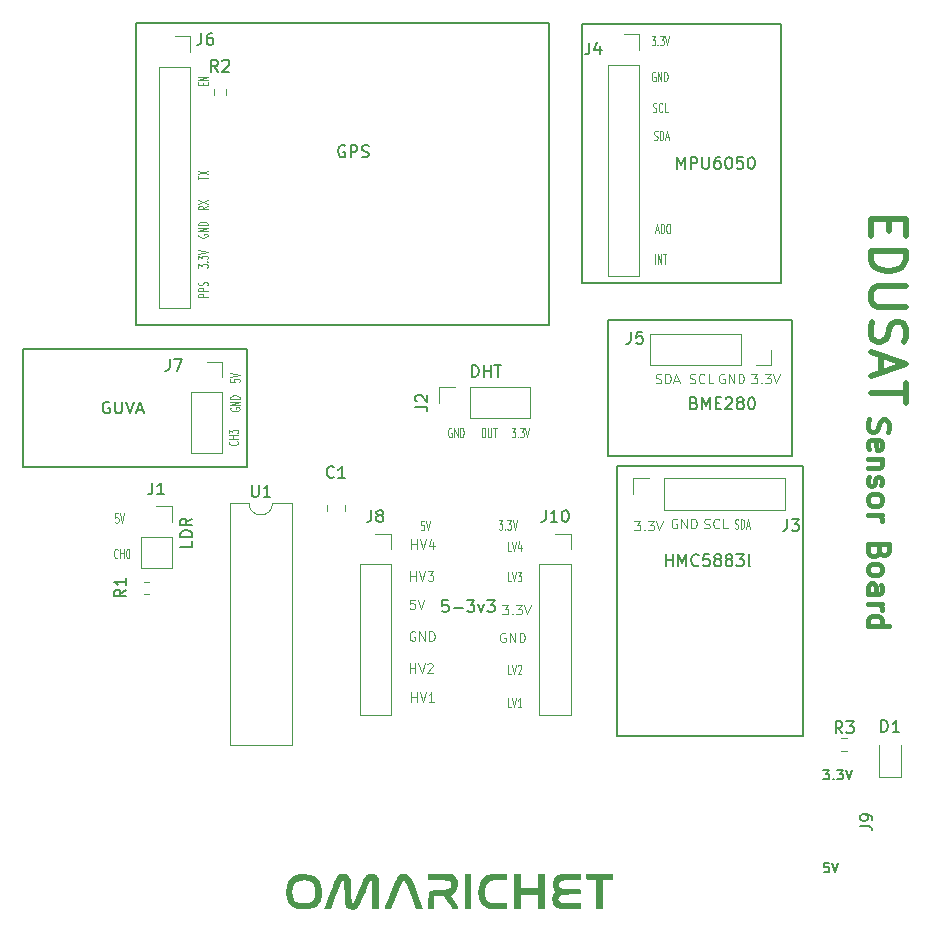
<source format=gbr>
%TF.GenerationSoftware,KiCad,Pcbnew,7.0.8-7.0.8~ubuntu22.04.1*%
%TF.CreationDate,2023-10-06T08:27:01+03:00*%
%TF.ProjectId,Omarichet Sensor Board v1.5,4f6d6172-6963-4686-9574-2053656e736f,rev?*%
%TF.SameCoordinates,Original*%
%TF.FileFunction,Legend,Top*%
%TF.FilePolarity,Positive*%
%FSLAX46Y46*%
G04 Gerber Fmt 4.6, Leading zero omitted, Abs format (unit mm)*
G04 Created by KiCad (PCBNEW 7.0.8-7.0.8~ubuntu22.04.1) date 2023-10-06 08:27:01*
%MOMM*%
%LPD*%
G01*
G04 APERTURE LIST*
%ADD10C,0.150000*%
%ADD11C,0.125000*%
%ADD12C,0.500000*%
%ADD13C,0.450000*%
%ADD14C,0.120000*%
G04 APERTURE END LIST*
D10*
X120185000Y-87230000D02*
X135695000Y-87230000D01*
X135695000Y-98740000D01*
X120185000Y-98740000D01*
X120185000Y-87230000D01*
X70620000Y-89675000D02*
X89620000Y-89675000D01*
X89620000Y-99685000D01*
X70620000Y-99685000D01*
X70620000Y-89675000D01*
X120904000Y-99568000D02*
X136652000Y-99568000D01*
X136652000Y-122428000D01*
X120904000Y-122428000D01*
X120904000Y-99568000D01*
X117965000Y-62160000D02*
X134815000Y-62160000D01*
X134815000Y-84130000D01*
X117965000Y-84130000D01*
X117965000Y-62160000D01*
X80150000Y-62090000D02*
X115150000Y-62090000D01*
X115150000Y-87630000D01*
X80150000Y-87630000D01*
X80150000Y-62090000D01*
X138846112Y-133206295D02*
X138465160Y-133206295D01*
X138465160Y-133206295D02*
X138427064Y-133587247D01*
X138427064Y-133587247D02*
X138465160Y-133549152D01*
X138465160Y-133549152D02*
X138541350Y-133511057D01*
X138541350Y-133511057D02*
X138731826Y-133511057D01*
X138731826Y-133511057D02*
X138808017Y-133549152D01*
X138808017Y-133549152D02*
X138846112Y-133587247D01*
X138846112Y-133587247D02*
X138884207Y-133663438D01*
X138884207Y-133663438D02*
X138884207Y-133853914D01*
X138884207Y-133853914D02*
X138846112Y-133930104D01*
X138846112Y-133930104D02*
X138808017Y-133968200D01*
X138808017Y-133968200D02*
X138731826Y-134006295D01*
X138731826Y-134006295D02*
X138541350Y-134006295D01*
X138541350Y-134006295D02*
X138465160Y-133968200D01*
X138465160Y-133968200D02*
X138427064Y-133930104D01*
X139112779Y-133206295D02*
X139379446Y-134006295D01*
X139379446Y-134006295D02*
X139646112Y-133206295D01*
D11*
X86255595Y-77593002D02*
X85874642Y-77759668D01*
X86255595Y-77878716D02*
X85455595Y-77878716D01*
X85455595Y-77878716D02*
X85455595Y-77688240D01*
X85455595Y-77688240D02*
X85493690Y-77640621D01*
X85493690Y-77640621D02*
X85531785Y-77616811D01*
X85531785Y-77616811D02*
X85607976Y-77593002D01*
X85607976Y-77593002D02*
X85722261Y-77593002D01*
X85722261Y-77593002D02*
X85798452Y-77616811D01*
X85798452Y-77616811D02*
X85836547Y-77640621D01*
X85836547Y-77640621D02*
X85874642Y-77688240D01*
X85874642Y-77688240D02*
X85874642Y-77878716D01*
X85455595Y-77426335D02*
X86255595Y-77093002D01*
X85455595Y-77093002D02*
X86255595Y-77426335D01*
X124121283Y-82465595D02*
X124121283Y-81665595D01*
X124359378Y-82465595D02*
X124359378Y-81665595D01*
X124359378Y-81665595D02*
X124645092Y-82465595D01*
X124645092Y-82465595D02*
X124645092Y-81665595D01*
X124811760Y-81665595D02*
X125097474Y-81665595D01*
X124954617Y-82465595D02*
X124954617Y-81665595D01*
X103801759Y-113643690D02*
X103725569Y-113605595D01*
X103725569Y-113605595D02*
X103611283Y-113605595D01*
X103611283Y-113605595D02*
X103496997Y-113643690D01*
X103496997Y-113643690D02*
X103420807Y-113719880D01*
X103420807Y-113719880D02*
X103382712Y-113796071D01*
X103382712Y-113796071D02*
X103344616Y-113948452D01*
X103344616Y-113948452D02*
X103344616Y-114062738D01*
X103344616Y-114062738D02*
X103382712Y-114215119D01*
X103382712Y-114215119D02*
X103420807Y-114291309D01*
X103420807Y-114291309D02*
X103496997Y-114367500D01*
X103496997Y-114367500D02*
X103611283Y-114405595D01*
X103611283Y-114405595D02*
X103687474Y-114405595D01*
X103687474Y-114405595D02*
X103801759Y-114367500D01*
X103801759Y-114367500D02*
X103839855Y-114329404D01*
X103839855Y-114329404D02*
X103839855Y-114062738D01*
X103839855Y-114062738D02*
X103687474Y-114062738D01*
X104182712Y-114405595D02*
X104182712Y-113605595D01*
X104182712Y-113605595D02*
X104639855Y-114405595D01*
X104639855Y-114405595D02*
X104639855Y-113605595D01*
X105020807Y-114405595D02*
X105020807Y-113605595D01*
X105020807Y-113605595D02*
X105211283Y-113605595D01*
X105211283Y-113605595D02*
X105325569Y-113643690D01*
X105325569Y-113643690D02*
X105401759Y-113719880D01*
X105401759Y-113719880D02*
X105439854Y-113796071D01*
X105439854Y-113796071D02*
X105477950Y-113948452D01*
X105477950Y-113948452D02*
X105477950Y-114062738D01*
X105477950Y-114062738D02*
X105439854Y-114215119D01*
X105439854Y-114215119D02*
X105401759Y-114291309D01*
X105401759Y-114291309D02*
X105325569Y-114367500D01*
X105325569Y-114367500D02*
X105211283Y-114405595D01*
X105211283Y-114405595D02*
X105020807Y-114405595D01*
D10*
X106602969Y-110959819D02*
X106126779Y-110959819D01*
X106126779Y-110959819D02*
X106079160Y-111436009D01*
X106079160Y-111436009D02*
X106126779Y-111388390D01*
X106126779Y-111388390D02*
X106222017Y-111340771D01*
X106222017Y-111340771D02*
X106460112Y-111340771D01*
X106460112Y-111340771D02*
X106555350Y-111388390D01*
X106555350Y-111388390D02*
X106602969Y-111436009D01*
X106602969Y-111436009D02*
X106650588Y-111531247D01*
X106650588Y-111531247D02*
X106650588Y-111769342D01*
X106650588Y-111769342D02*
X106602969Y-111864580D01*
X106602969Y-111864580D02*
X106555350Y-111912200D01*
X106555350Y-111912200D02*
X106460112Y-111959819D01*
X106460112Y-111959819D02*
X106222017Y-111959819D01*
X106222017Y-111959819D02*
X106126779Y-111912200D01*
X106126779Y-111912200D02*
X106079160Y-111864580D01*
X107079160Y-111578866D02*
X107841065Y-111578866D01*
X108222017Y-110959819D02*
X108841064Y-110959819D01*
X108841064Y-110959819D02*
X108507731Y-111340771D01*
X108507731Y-111340771D02*
X108650588Y-111340771D01*
X108650588Y-111340771D02*
X108745826Y-111388390D01*
X108745826Y-111388390D02*
X108793445Y-111436009D01*
X108793445Y-111436009D02*
X108841064Y-111531247D01*
X108841064Y-111531247D02*
X108841064Y-111769342D01*
X108841064Y-111769342D02*
X108793445Y-111864580D01*
X108793445Y-111864580D02*
X108745826Y-111912200D01*
X108745826Y-111912200D02*
X108650588Y-111959819D01*
X108650588Y-111959819D02*
X108364874Y-111959819D01*
X108364874Y-111959819D02*
X108269636Y-111912200D01*
X108269636Y-111912200D02*
X108222017Y-111864580D01*
X109174398Y-111293152D02*
X109412493Y-111959819D01*
X109412493Y-111959819D02*
X109650588Y-111293152D01*
X109936303Y-110959819D02*
X110555350Y-110959819D01*
X110555350Y-110959819D02*
X110222017Y-111340771D01*
X110222017Y-111340771D02*
X110364874Y-111340771D01*
X110364874Y-111340771D02*
X110460112Y-111388390D01*
X110460112Y-111388390D02*
X110507731Y-111436009D01*
X110507731Y-111436009D02*
X110555350Y-111531247D01*
X110555350Y-111531247D02*
X110555350Y-111769342D01*
X110555350Y-111769342D02*
X110507731Y-111864580D01*
X110507731Y-111864580D02*
X110460112Y-111912200D01*
X110460112Y-111912200D02*
X110364874Y-111959819D01*
X110364874Y-111959819D02*
X110079160Y-111959819D01*
X110079160Y-111959819D02*
X109983922Y-111912200D01*
X109983922Y-111912200D02*
X109936303Y-111864580D01*
D11*
X129977759Y-91843690D02*
X129901569Y-91805595D01*
X129901569Y-91805595D02*
X129787283Y-91805595D01*
X129787283Y-91805595D02*
X129672997Y-91843690D01*
X129672997Y-91843690D02*
X129596807Y-91919880D01*
X129596807Y-91919880D02*
X129558712Y-91996071D01*
X129558712Y-91996071D02*
X129520616Y-92148452D01*
X129520616Y-92148452D02*
X129520616Y-92262738D01*
X129520616Y-92262738D02*
X129558712Y-92415119D01*
X129558712Y-92415119D02*
X129596807Y-92491309D01*
X129596807Y-92491309D02*
X129672997Y-92567500D01*
X129672997Y-92567500D02*
X129787283Y-92605595D01*
X129787283Y-92605595D02*
X129863474Y-92605595D01*
X129863474Y-92605595D02*
X129977759Y-92567500D01*
X129977759Y-92567500D02*
X130015855Y-92529404D01*
X130015855Y-92529404D02*
X130015855Y-92262738D01*
X130015855Y-92262738D02*
X129863474Y-92262738D01*
X130358712Y-92605595D02*
X130358712Y-91805595D01*
X130358712Y-91805595D02*
X130815855Y-92605595D01*
X130815855Y-92605595D02*
X130815855Y-91805595D01*
X131196807Y-92605595D02*
X131196807Y-91805595D01*
X131196807Y-91805595D02*
X131387283Y-91805595D01*
X131387283Y-91805595D02*
X131501569Y-91843690D01*
X131501569Y-91843690D02*
X131577759Y-91919880D01*
X131577759Y-91919880D02*
X131615854Y-91996071D01*
X131615854Y-91996071D02*
X131653950Y-92148452D01*
X131653950Y-92148452D02*
X131653950Y-92262738D01*
X131653950Y-92262738D02*
X131615854Y-92415119D01*
X131615854Y-92415119D02*
X131577759Y-92491309D01*
X131577759Y-92491309D02*
X131501569Y-92567500D01*
X131501569Y-92567500D02*
X131387283Y-92605595D01*
X131387283Y-92605595D02*
X131196807Y-92605595D01*
D12*
X143954571Y-78673232D02*
X143954571Y-79673232D01*
X142383142Y-80101804D02*
X142383142Y-78673232D01*
X142383142Y-78673232D02*
X145383142Y-78673232D01*
X145383142Y-78673232D02*
X145383142Y-80101804D01*
X142383142Y-81387518D02*
X145383142Y-81387518D01*
X145383142Y-81387518D02*
X145383142Y-82101804D01*
X145383142Y-82101804D02*
X145240285Y-82530375D01*
X145240285Y-82530375D02*
X144954571Y-82816090D01*
X144954571Y-82816090D02*
X144668857Y-82958947D01*
X144668857Y-82958947D02*
X144097428Y-83101804D01*
X144097428Y-83101804D02*
X143668857Y-83101804D01*
X143668857Y-83101804D02*
X143097428Y-82958947D01*
X143097428Y-82958947D02*
X142811714Y-82816090D01*
X142811714Y-82816090D02*
X142526000Y-82530375D01*
X142526000Y-82530375D02*
X142383142Y-82101804D01*
X142383142Y-82101804D02*
X142383142Y-81387518D01*
X145383142Y-84387518D02*
X142954571Y-84387518D01*
X142954571Y-84387518D02*
X142668857Y-84530375D01*
X142668857Y-84530375D02*
X142526000Y-84673233D01*
X142526000Y-84673233D02*
X142383142Y-84958947D01*
X142383142Y-84958947D02*
X142383142Y-85530375D01*
X142383142Y-85530375D02*
X142526000Y-85816090D01*
X142526000Y-85816090D02*
X142668857Y-85958947D01*
X142668857Y-85958947D02*
X142954571Y-86101804D01*
X142954571Y-86101804D02*
X145383142Y-86101804D01*
X142526000Y-87387518D02*
X142383142Y-87816090D01*
X142383142Y-87816090D02*
X142383142Y-88530375D01*
X142383142Y-88530375D02*
X142526000Y-88816090D01*
X142526000Y-88816090D02*
X142668857Y-88958947D01*
X142668857Y-88958947D02*
X142954571Y-89101804D01*
X142954571Y-89101804D02*
X143240285Y-89101804D01*
X143240285Y-89101804D02*
X143526000Y-88958947D01*
X143526000Y-88958947D02*
X143668857Y-88816090D01*
X143668857Y-88816090D02*
X143811714Y-88530375D01*
X143811714Y-88530375D02*
X143954571Y-87958947D01*
X143954571Y-87958947D02*
X144097428Y-87673232D01*
X144097428Y-87673232D02*
X144240285Y-87530375D01*
X144240285Y-87530375D02*
X144526000Y-87387518D01*
X144526000Y-87387518D02*
X144811714Y-87387518D01*
X144811714Y-87387518D02*
X145097428Y-87530375D01*
X145097428Y-87530375D02*
X145240285Y-87673232D01*
X145240285Y-87673232D02*
X145383142Y-87958947D01*
X145383142Y-87958947D02*
X145383142Y-88673232D01*
X145383142Y-88673232D02*
X145240285Y-89101804D01*
X143240285Y-90244661D02*
X143240285Y-91673233D01*
X142383142Y-89958947D02*
X145383142Y-90958947D01*
X145383142Y-90958947D02*
X142383142Y-91958947D01*
X145383142Y-92530376D02*
X145383142Y-94244662D01*
X142383142Y-93387519D02*
X145383142Y-93387519D01*
D11*
X106883188Y-96415690D02*
X106835569Y-96377595D01*
X106835569Y-96377595D02*
X106764140Y-96377595D01*
X106764140Y-96377595D02*
X106692712Y-96415690D01*
X106692712Y-96415690D02*
X106645093Y-96491880D01*
X106645093Y-96491880D02*
X106621283Y-96568071D01*
X106621283Y-96568071D02*
X106597474Y-96720452D01*
X106597474Y-96720452D02*
X106597474Y-96834738D01*
X106597474Y-96834738D02*
X106621283Y-96987119D01*
X106621283Y-96987119D02*
X106645093Y-97063309D01*
X106645093Y-97063309D02*
X106692712Y-97139500D01*
X106692712Y-97139500D02*
X106764140Y-97177595D01*
X106764140Y-97177595D02*
X106811759Y-97177595D01*
X106811759Y-97177595D02*
X106883188Y-97139500D01*
X106883188Y-97139500D02*
X106906997Y-97101404D01*
X106906997Y-97101404D02*
X106906997Y-96834738D01*
X106906997Y-96834738D02*
X106811759Y-96834738D01*
X107121283Y-97177595D02*
X107121283Y-96377595D01*
X107121283Y-96377595D02*
X107406997Y-97177595D01*
X107406997Y-97177595D02*
X107406997Y-96377595D01*
X107645093Y-97177595D02*
X107645093Y-96377595D01*
X107645093Y-96377595D02*
X107764141Y-96377595D01*
X107764141Y-96377595D02*
X107835569Y-96415690D01*
X107835569Y-96415690D02*
X107883188Y-96491880D01*
X107883188Y-96491880D02*
X107906998Y-96568071D01*
X107906998Y-96568071D02*
X107930807Y-96720452D01*
X107930807Y-96720452D02*
X107930807Y-96834738D01*
X107930807Y-96834738D02*
X107906998Y-96987119D01*
X107906998Y-96987119D02*
X107883188Y-97063309D01*
X107883188Y-97063309D02*
X107835569Y-97139500D01*
X107835569Y-97139500D02*
X107764141Y-97177595D01*
X107764141Y-97177595D02*
X107645093Y-97177595D01*
X110897664Y-104205595D02*
X111207188Y-104205595D01*
X111207188Y-104205595D02*
X111040521Y-104510357D01*
X111040521Y-104510357D02*
X111111950Y-104510357D01*
X111111950Y-104510357D02*
X111159569Y-104548452D01*
X111159569Y-104548452D02*
X111183378Y-104586547D01*
X111183378Y-104586547D02*
X111207188Y-104662738D01*
X111207188Y-104662738D02*
X111207188Y-104853214D01*
X111207188Y-104853214D02*
X111183378Y-104929404D01*
X111183378Y-104929404D02*
X111159569Y-104967500D01*
X111159569Y-104967500D02*
X111111950Y-105005595D01*
X111111950Y-105005595D02*
X110969093Y-105005595D01*
X110969093Y-105005595D02*
X110921474Y-104967500D01*
X110921474Y-104967500D02*
X110897664Y-104929404D01*
X111421473Y-104929404D02*
X111445283Y-104967500D01*
X111445283Y-104967500D02*
X111421473Y-105005595D01*
X111421473Y-105005595D02*
X111397664Y-104967500D01*
X111397664Y-104967500D02*
X111421473Y-104929404D01*
X111421473Y-104929404D02*
X111421473Y-105005595D01*
X111611949Y-104205595D02*
X111921473Y-104205595D01*
X111921473Y-104205595D02*
X111754806Y-104510357D01*
X111754806Y-104510357D02*
X111826235Y-104510357D01*
X111826235Y-104510357D02*
X111873854Y-104548452D01*
X111873854Y-104548452D02*
X111897663Y-104586547D01*
X111897663Y-104586547D02*
X111921473Y-104662738D01*
X111921473Y-104662738D02*
X111921473Y-104853214D01*
X111921473Y-104853214D02*
X111897663Y-104929404D01*
X111897663Y-104929404D02*
X111873854Y-104967500D01*
X111873854Y-104967500D02*
X111826235Y-105005595D01*
X111826235Y-105005595D02*
X111683378Y-105005595D01*
X111683378Y-105005595D02*
X111635759Y-104967500D01*
X111635759Y-104967500D02*
X111611949Y-104929404D01*
X112064330Y-104205595D02*
X112230996Y-105005595D01*
X112230996Y-105005595D02*
X112397663Y-104205595D01*
X78626997Y-107329404D02*
X78603188Y-107367500D01*
X78603188Y-107367500D02*
X78531759Y-107405595D01*
X78531759Y-107405595D02*
X78484140Y-107405595D01*
X78484140Y-107405595D02*
X78412712Y-107367500D01*
X78412712Y-107367500D02*
X78365093Y-107291309D01*
X78365093Y-107291309D02*
X78341283Y-107215119D01*
X78341283Y-107215119D02*
X78317474Y-107062738D01*
X78317474Y-107062738D02*
X78317474Y-106948452D01*
X78317474Y-106948452D02*
X78341283Y-106796071D01*
X78341283Y-106796071D02*
X78365093Y-106719880D01*
X78365093Y-106719880D02*
X78412712Y-106643690D01*
X78412712Y-106643690D02*
X78484140Y-106605595D01*
X78484140Y-106605595D02*
X78531759Y-106605595D01*
X78531759Y-106605595D02*
X78603188Y-106643690D01*
X78603188Y-106643690D02*
X78626997Y-106681785D01*
X78841283Y-107405595D02*
X78841283Y-106605595D01*
X78841283Y-106986547D02*
X79126997Y-106986547D01*
X79126997Y-107405595D02*
X79126997Y-106605595D01*
X79460331Y-106605595D02*
X79507950Y-106605595D01*
X79507950Y-106605595D02*
X79555569Y-106643690D01*
X79555569Y-106643690D02*
X79579379Y-106681785D01*
X79579379Y-106681785D02*
X79603188Y-106757976D01*
X79603188Y-106757976D02*
X79626998Y-106910357D01*
X79626998Y-106910357D02*
X79626998Y-107100833D01*
X79626998Y-107100833D02*
X79603188Y-107253214D01*
X79603188Y-107253214D02*
X79579379Y-107329404D01*
X79579379Y-107329404D02*
X79555569Y-107367500D01*
X79555569Y-107367500D02*
X79507950Y-107405595D01*
X79507950Y-107405595D02*
X79460331Y-107405595D01*
X79460331Y-107405595D02*
X79412712Y-107367500D01*
X79412712Y-107367500D02*
X79388903Y-107329404D01*
X79388903Y-107329404D02*
X79365093Y-107253214D01*
X79365093Y-107253214D02*
X79341284Y-107100833D01*
X79341284Y-107100833D02*
X79341284Y-106910357D01*
X79341284Y-106910357D02*
X79365093Y-106757976D01*
X79365093Y-106757976D02*
X79388903Y-106681785D01*
X79388903Y-106681785D02*
X79412712Y-106643690D01*
X79412712Y-106643690D02*
X79460331Y-106605595D01*
X78679378Y-103615595D02*
X78441283Y-103615595D01*
X78441283Y-103615595D02*
X78417474Y-103996547D01*
X78417474Y-103996547D02*
X78441283Y-103958452D01*
X78441283Y-103958452D02*
X78488902Y-103920357D01*
X78488902Y-103920357D02*
X78607950Y-103920357D01*
X78607950Y-103920357D02*
X78655569Y-103958452D01*
X78655569Y-103958452D02*
X78679378Y-103996547D01*
X78679378Y-103996547D02*
X78703188Y-104072738D01*
X78703188Y-104072738D02*
X78703188Y-104263214D01*
X78703188Y-104263214D02*
X78679378Y-104339404D01*
X78679378Y-104339404D02*
X78655569Y-104377500D01*
X78655569Y-104377500D02*
X78607950Y-104415595D01*
X78607950Y-104415595D02*
X78488902Y-104415595D01*
X78488902Y-104415595D02*
X78441283Y-104377500D01*
X78441283Y-104377500D02*
X78417474Y-104339404D01*
X78846045Y-103615595D02*
X79012711Y-104415595D01*
X79012711Y-104415595D02*
X79179378Y-103615595D01*
X103763664Y-110905595D02*
X103382712Y-110905595D01*
X103382712Y-110905595D02*
X103344616Y-111286547D01*
X103344616Y-111286547D02*
X103382712Y-111248452D01*
X103382712Y-111248452D02*
X103458902Y-111210357D01*
X103458902Y-111210357D02*
X103649378Y-111210357D01*
X103649378Y-111210357D02*
X103725569Y-111248452D01*
X103725569Y-111248452D02*
X103763664Y-111286547D01*
X103763664Y-111286547D02*
X103801759Y-111362738D01*
X103801759Y-111362738D02*
X103801759Y-111553214D01*
X103801759Y-111553214D02*
X103763664Y-111629404D01*
X103763664Y-111629404D02*
X103725569Y-111667500D01*
X103725569Y-111667500D02*
X103649378Y-111705595D01*
X103649378Y-111705595D02*
X103458902Y-111705595D01*
X103458902Y-111705595D02*
X103382712Y-111667500D01*
X103382712Y-111667500D02*
X103344616Y-111629404D01*
X104030331Y-110905595D02*
X104296998Y-111705595D01*
X104296998Y-111705595D02*
X104563664Y-110905595D01*
X122370521Y-104251595D02*
X122865759Y-104251595D01*
X122865759Y-104251595D02*
X122599093Y-104556357D01*
X122599093Y-104556357D02*
X122713378Y-104556357D01*
X122713378Y-104556357D02*
X122789569Y-104594452D01*
X122789569Y-104594452D02*
X122827664Y-104632547D01*
X122827664Y-104632547D02*
X122865759Y-104708738D01*
X122865759Y-104708738D02*
X122865759Y-104899214D01*
X122865759Y-104899214D02*
X122827664Y-104975404D01*
X122827664Y-104975404D02*
X122789569Y-105013500D01*
X122789569Y-105013500D02*
X122713378Y-105051595D01*
X122713378Y-105051595D02*
X122484807Y-105051595D01*
X122484807Y-105051595D02*
X122408616Y-105013500D01*
X122408616Y-105013500D02*
X122370521Y-104975404D01*
X123208617Y-104975404D02*
X123246712Y-105013500D01*
X123246712Y-105013500D02*
X123208617Y-105051595D01*
X123208617Y-105051595D02*
X123170521Y-105013500D01*
X123170521Y-105013500D02*
X123208617Y-104975404D01*
X123208617Y-104975404D02*
X123208617Y-105051595D01*
X123513378Y-104251595D02*
X124008616Y-104251595D01*
X124008616Y-104251595D02*
X123741950Y-104556357D01*
X123741950Y-104556357D02*
X123856235Y-104556357D01*
X123856235Y-104556357D02*
X123932426Y-104594452D01*
X123932426Y-104594452D02*
X123970521Y-104632547D01*
X123970521Y-104632547D02*
X124008616Y-104708738D01*
X124008616Y-104708738D02*
X124008616Y-104899214D01*
X124008616Y-104899214D02*
X123970521Y-104975404D01*
X123970521Y-104975404D02*
X123932426Y-105013500D01*
X123932426Y-105013500D02*
X123856235Y-105051595D01*
X123856235Y-105051595D02*
X123627664Y-105051595D01*
X123627664Y-105051595D02*
X123551473Y-105013500D01*
X123551473Y-105013500D02*
X123513378Y-104975404D01*
X124237188Y-104251595D02*
X124503855Y-105051595D01*
X124503855Y-105051595D02*
X124770521Y-104251595D01*
X111945378Y-117243595D02*
X111707283Y-117243595D01*
X111707283Y-117243595D02*
X111707283Y-116443595D01*
X112040617Y-116443595D02*
X112207283Y-117243595D01*
X112207283Y-117243595D02*
X112373950Y-116443595D01*
X112516807Y-116519785D02*
X112540616Y-116481690D01*
X112540616Y-116481690D02*
X112588235Y-116443595D01*
X112588235Y-116443595D02*
X112707283Y-116443595D01*
X112707283Y-116443595D02*
X112754902Y-116481690D01*
X112754902Y-116481690D02*
X112778711Y-116519785D01*
X112778711Y-116519785D02*
X112802521Y-116595976D01*
X112802521Y-116595976D02*
X112802521Y-116672166D01*
X112802521Y-116672166D02*
X112778711Y-116786452D01*
X112778711Y-116786452D02*
X112492997Y-117243595D01*
X112492997Y-117243595D02*
X112802521Y-117243595D01*
X111983664Y-96377595D02*
X112293188Y-96377595D01*
X112293188Y-96377595D02*
X112126521Y-96682357D01*
X112126521Y-96682357D02*
X112197950Y-96682357D01*
X112197950Y-96682357D02*
X112245569Y-96720452D01*
X112245569Y-96720452D02*
X112269378Y-96758547D01*
X112269378Y-96758547D02*
X112293188Y-96834738D01*
X112293188Y-96834738D02*
X112293188Y-97025214D01*
X112293188Y-97025214D02*
X112269378Y-97101404D01*
X112269378Y-97101404D02*
X112245569Y-97139500D01*
X112245569Y-97139500D02*
X112197950Y-97177595D01*
X112197950Y-97177595D02*
X112055093Y-97177595D01*
X112055093Y-97177595D02*
X112007474Y-97139500D01*
X112007474Y-97139500D02*
X111983664Y-97101404D01*
X112507473Y-97101404D02*
X112531283Y-97139500D01*
X112531283Y-97139500D02*
X112507473Y-97177595D01*
X112507473Y-97177595D02*
X112483664Y-97139500D01*
X112483664Y-97139500D02*
X112507473Y-97101404D01*
X112507473Y-97101404D02*
X112507473Y-97177595D01*
X112697949Y-96377595D02*
X113007473Y-96377595D01*
X113007473Y-96377595D02*
X112840806Y-96682357D01*
X112840806Y-96682357D02*
X112912235Y-96682357D01*
X112912235Y-96682357D02*
X112959854Y-96720452D01*
X112959854Y-96720452D02*
X112983663Y-96758547D01*
X112983663Y-96758547D02*
X113007473Y-96834738D01*
X113007473Y-96834738D02*
X113007473Y-97025214D01*
X113007473Y-97025214D02*
X112983663Y-97101404D01*
X112983663Y-97101404D02*
X112959854Y-97139500D01*
X112959854Y-97139500D02*
X112912235Y-97177595D01*
X112912235Y-97177595D02*
X112769378Y-97177595D01*
X112769378Y-97177595D02*
X112721759Y-97139500D01*
X112721759Y-97139500D02*
X112697949Y-97101404D01*
X113150330Y-96377595D02*
X113316996Y-97177595D01*
X113316996Y-97177595D02*
X113483663Y-96377595D01*
D10*
X125986779Y-74429819D02*
X125986779Y-73429819D01*
X125986779Y-73429819D02*
X126320112Y-74144104D01*
X126320112Y-74144104D02*
X126653445Y-73429819D01*
X126653445Y-73429819D02*
X126653445Y-74429819D01*
X127129636Y-74429819D02*
X127129636Y-73429819D01*
X127129636Y-73429819D02*
X127510588Y-73429819D01*
X127510588Y-73429819D02*
X127605826Y-73477438D01*
X127605826Y-73477438D02*
X127653445Y-73525057D01*
X127653445Y-73525057D02*
X127701064Y-73620295D01*
X127701064Y-73620295D02*
X127701064Y-73763152D01*
X127701064Y-73763152D02*
X127653445Y-73858390D01*
X127653445Y-73858390D02*
X127605826Y-73906009D01*
X127605826Y-73906009D02*
X127510588Y-73953628D01*
X127510588Y-73953628D02*
X127129636Y-73953628D01*
X128129636Y-73429819D02*
X128129636Y-74239342D01*
X128129636Y-74239342D02*
X128177255Y-74334580D01*
X128177255Y-74334580D02*
X128224874Y-74382200D01*
X128224874Y-74382200D02*
X128320112Y-74429819D01*
X128320112Y-74429819D02*
X128510588Y-74429819D01*
X128510588Y-74429819D02*
X128605826Y-74382200D01*
X128605826Y-74382200D02*
X128653445Y-74334580D01*
X128653445Y-74334580D02*
X128701064Y-74239342D01*
X128701064Y-74239342D02*
X128701064Y-73429819D01*
X129605826Y-73429819D02*
X129415350Y-73429819D01*
X129415350Y-73429819D02*
X129320112Y-73477438D01*
X129320112Y-73477438D02*
X129272493Y-73525057D01*
X129272493Y-73525057D02*
X129177255Y-73667914D01*
X129177255Y-73667914D02*
X129129636Y-73858390D01*
X129129636Y-73858390D02*
X129129636Y-74239342D01*
X129129636Y-74239342D02*
X129177255Y-74334580D01*
X129177255Y-74334580D02*
X129224874Y-74382200D01*
X129224874Y-74382200D02*
X129320112Y-74429819D01*
X129320112Y-74429819D02*
X129510588Y-74429819D01*
X129510588Y-74429819D02*
X129605826Y-74382200D01*
X129605826Y-74382200D02*
X129653445Y-74334580D01*
X129653445Y-74334580D02*
X129701064Y-74239342D01*
X129701064Y-74239342D02*
X129701064Y-74001247D01*
X129701064Y-74001247D02*
X129653445Y-73906009D01*
X129653445Y-73906009D02*
X129605826Y-73858390D01*
X129605826Y-73858390D02*
X129510588Y-73810771D01*
X129510588Y-73810771D02*
X129320112Y-73810771D01*
X129320112Y-73810771D02*
X129224874Y-73858390D01*
X129224874Y-73858390D02*
X129177255Y-73906009D01*
X129177255Y-73906009D02*
X129129636Y-74001247D01*
X130320112Y-73429819D02*
X130415350Y-73429819D01*
X130415350Y-73429819D02*
X130510588Y-73477438D01*
X130510588Y-73477438D02*
X130558207Y-73525057D01*
X130558207Y-73525057D02*
X130605826Y-73620295D01*
X130605826Y-73620295D02*
X130653445Y-73810771D01*
X130653445Y-73810771D02*
X130653445Y-74048866D01*
X130653445Y-74048866D02*
X130605826Y-74239342D01*
X130605826Y-74239342D02*
X130558207Y-74334580D01*
X130558207Y-74334580D02*
X130510588Y-74382200D01*
X130510588Y-74382200D02*
X130415350Y-74429819D01*
X130415350Y-74429819D02*
X130320112Y-74429819D01*
X130320112Y-74429819D02*
X130224874Y-74382200D01*
X130224874Y-74382200D02*
X130177255Y-74334580D01*
X130177255Y-74334580D02*
X130129636Y-74239342D01*
X130129636Y-74239342D02*
X130082017Y-74048866D01*
X130082017Y-74048866D02*
X130082017Y-73810771D01*
X130082017Y-73810771D02*
X130129636Y-73620295D01*
X130129636Y-73620295D02*
X130177255Y-73525057D01*
X130177255Y-73525057D02*
X130224874Y-73477438D01*
X130224874Y-73477438D02*
X130320112Y-73429819D01*
X131558207Y-73429819D02*
X131082017Y-73429819D01*
X131082017Y-73429819D02*
X131034398Y-73906009D01*
X131034398Y-73906009D02*
X131082017Y-73858390D01*
X131082017Y-73858390D02*
X131177255Y-73810771D01*
X131177255Y-73810771D02*
X131415350Y-73810771D01*
X131415350Y-73810771D02*
X131510588Y-73858390D01*
X131510588Y-73858390D02*
X131558207Y-73906009D01*
X131558207Y-73906009D02*
X131605826Y-74001247D01*
X131605826Y-74001247D02*
X131605826Y-74239342D01*
X131605826Y-74239342D02*
X131558207Y-74334580D01*
X131558207Y-74334580D02*
X131510588Y-74382200D01*
X131510588Y-74382200D02*
X131415350Y-74429819D01*
X131415350Y-74429819D02*
X131177255Y-74429819D01*
X131177255Y-74429819D02*
X131082017Y-74382200D01*
X131082017Y-74382200D02*
X131034398Y-74334580D01*
X132224874Y-73429819D02*
X132320112Y-73429819D01*
X132320112Y-73429819D02*
X132415350Y-73477438D01*
X132415350Y-73477438D02*
X132462969Y-73525057D01*
X132462969Y-73525057D02*
X132510588Y-73620295D01*
X132510588Y-73620295D02*
X132558207Y-73810771D01*
X132558207Y-73810771D02*
X132558207Y-74048866D01*
X132558207Y-74048866D02*
X132510588Y-74239342D01*
X132510588Y-74239342D02*
X132462969Y-74334580D01*
X132462969Y-74334580D02*
X132415350Y-74382200D01*
X132415350Y-74382200D02*
X132320112Y-74429819D01*
X132320112Y-74429819D02*
X132224874Y-74429819D01*
X132224874Y-74429819D02*
X132129636Y-74382200D01*
X132129636Y-74382200D02*
X132082017Y-74334580D01*
X132082017Y-74334580D02*
X132034398Y-74239342D01*
X132034398Y-74239342D02*
X131986779Y-74048866D01*
X131986779Y-74048866D02*
X131986779Y-73810771D01*
X131986779Y-73810771D02*
X132034398Y-73620295D01*
X132034398Y-73620295D02*
X132082017Y-73525057D01*
X132082017Y-73525057D02*
X132129636Y-73477438D01*
X132129636Y-73477438D02*
X132224874Y-73429819D01*
D11*
X123957474Y-69597500D02*
X124028902Y-69635595D01*
X124028902Y-69635595D02*
X124147950Y-69635595D01*
X124147950Y-69635595D02*
X124195569Y-69597500D01*
X124195569Y-69597500D02*
X124219378Y-69559404D01*
X124219378Y-69559404D02*
X124243188Y-69483214D01*
X124243188Y-69483214D02*
X124243188Y-69407023D01*
X124243188Y-69407023D02*
X124219378Y-69330833D01*
X124219378Y-69330833D02*
X124195569Y-69292738D01*
X124195569Y-69292738D02*
X124147950Y-69254642D01*
X124147950Y-69254642D02*
X124052712Y-69216547D01*
X124052712Y-69216547D02*
X124005093Y-69178452D01*
X124005093Y-69178452D02*
X123981283Y-69140357D01*
X123981283Y-69140357D02*
X123957474Y-69064166D01*
X123957474Y-69064166D02*
X123957474Y-68987976D01*
X123957474Y-68987976D02*
X123981283Y-68911785D01*
X123981283Y-68911785D02*
X124005093Y-68873690D01*
X124005093Y-68873690D02*
X124052712Y-68835595D01*
X124052712Y-68835595D02*
X124171759Y-68835595D01*
X124171759Y-68835595D02*
X124243188Y-68873690D01*
X124743187Y-69559404D02*
X124719378Y-69597500D01*
X124719378Y-69597500D02*
X124647949Y-69635595D01*
X124647949Y-69635595D02*
X124600330Y-69635595D01*
X124600330Y-69635595D02*
X124528902Y-69597500D01*
X124528902Y-69597500D02*
X124481283Y-69521309D01*
X124481283Y-69521309D02*
X124457473Y-69445119D01*
X124457473Y-69445119D02*
X124433664Y-69292738D01*
X124433664Y-69292738D02*
X124433664Y-69178452D01*
X124433664Y-69178452D02*
X124457473Y-69026071D01*
X124457473Y-69026071D02*
X124481283Y-68949880D01*
X124481283Y-68949880D02*
X124528902Y-68873690D01*
X124528902Y-68873690D02*
X124600330Y-68835595D01*
X124600330Y-68835595D02*
X124647949Y-68835595D01*
X124647949Y-68835595D02*
X124719378Y-68873690D01*
X124719378Y-68873690D02*
X124743187Y-68911785D01*
X125195568Y-69635595D02*
X124957473Y-69635595D01*
X124957473Y-69635595D02*
X124957473Y-68835595D01*
X111945378Y-106805595D02*
X111707283Y-106805595D01*
X111707283Y-106805595D02*
X111707283Y-106005595D01*
X112040617Y-106005595D02*
X112207283Y-106805595D01*
X112207283Y-106805595D02*
X112373950Y-106005595D01*
X112754902Y-106272261D02*
X112754902Y-106805595D01*
X112635854Y-105967500D02*
X112516807Y-106538928D01*
X112516807Y-106538928D02*
X112826330Y-106538928D01*
X123833664Y-63185595D02*
X124143188Y-63185595D01*
X124143188Y-63185595D02*
X123976521Y-63490357D01*
X123976521Y-63490357D02*
X124047950Y-63490357D01*
X124047950Y-63490357D02*
X124095569Y-63528452D01*
X124095569Y-63528452D02*
X124119378Y-63566547D01*
X124119378Y-63566547D02*
X124143188Y-63642738D01*
X124143188Y-63642738D02*
X124143188Y-63833214D01*
X124143188Y-63833214D02*
X124119378Y-63909404D01*
X124119378Y-63909404D02*
X124095569Y-63947500D01*
X124095569Y-63947500D02*
X124047950Y-63985595D01*
X124047950Y-63985595D02*
X123905093Y-63985595D01*
X123905093Y-63985595D02*
X123857474Y-63947500D01*
X123857474Y-63947500D02*
X123833664Y-63909404D01*
X124357473Y-63909404D02*
X124381283Y-63947500D01*
X124381283Y-63947500D02*
X124357473Y-63985595D01*
X124357473Y-63985595D02*
X124333664Y-63947500D01*
X124333664Y-63947500D02*
X124357473Y-63909404D01*
X124357473Y-63909404D02*
X124357473Y-63985595D01*
X124547949Y-63185595D02*
X124857473Y-63185595D01*
X124857473Y-63185595D02*
X124690806Y-63490357D01*
X124690806Y-63490357D02*
X124762235Y-63490357D01*
X124762235Y-63490357D02*
X124809854Y-63528452D01*
X124809854Y-63528452D02*
X124833663Y-63566547D01*
X124833663Y-63566547D02*
X124857473Y-63642738D01*
X124857473Y-63642738D02*
X124857473Y-63833214D01*
X124857473Y-63833214D02*
X124833663Y-63909404D01*
X124833663Y-63909404D02*
X124809854Y-63947500D01*
X124809854Y-63947500D02*
X124762235Y-63985595D01*
X124762235Y-63985595D02*
X124619378Y-63985595D01*
X124619378Y-63985595D02*
X124571759Y-63947500D01*
X124571759Y-63947500D02*
X124547949Y-63909404D01*
X125000330Y-63185595D02*
X125166996Y-63985595D01*
X125166996Y-63985595D02*
X125333663Y-63185595D01*
X85493690Y-79966811D02*
X85455595Y-80014430D01*
X85455595Y-80014430D02*
X85455595Y-80085859D01*
X85455595Y-80085859D02*
X85493690Y-80157287D01*
X85493690Y-80157287D02*
X85569880Y-80204906D01*
X85569880Y-80204906D02*
X85646071Y-80228716D01*
X85646071Y-80228716D02*
X85798452Y-80252525D01*
X85798452Y-80252525D02*
X85912738Y-80252525D01*
X85912738Y-80252525D02*
X86065119Y-80228716D01*
X86065119Y-80228716D02*
X86141309Y-80204906D01*
X86141309Y-80204906D02*
X86217500Y-80157287D01*
X86217500Y-80157287D02*
X86255595Y-80085859D01*
X86255595Y-80085859D02*
X86255595Y-80038240D01*
X86255595Y-80038240D02*
X86217500Y-79966811D01*
X86217500Y-79966811D02*
X86179404Y-79943002D01*
X86179404Y-79943002D02*
X85912738Y-79943002D01*
X85912738Y-79943002D02*
X85912738Y-80038240D01*
X86255595Y-79728716D02*
X85455595Y-79728716D01*
X85455595Y-79728716D02*
X86255595Y-79443002D01*
X86255595Y-79443002D02*
X85455595Y-79443002D01*
X86255595Y-79204906D02*
X85455595Y-79204906D01*
X85455595Y-79204906D02*
X85455595Y-79085858D01*
X85455595Y-79085858D02*
X85493690Y-79014430D01*
X85493690Y-79014430D02*
X85569880Y-78966811D01*
X85569880Y-78966811D02*
X85646071Y-78943001D01*
X85646071Y-78943001D02*
X85798452Y-78919192D01*
X85798452Y-78919192D02*
X85912738Y-78919192D01*
X85912738Y-78919192D02*
X86065119Y-78943001D01*
X86065119Y-78943001D02*
X86141309Y-78966811D01*
X86141309Y-78966811D02*
X86217500Y-79014430D01*
X86217500Y-79014430D02*
X86255595Y-79085858D01*
X86255595Y-79085858D02*
X86255595Y-79204906D01*
X125981759Y-104123690D02*
X125905569Y-104085595D01*
X125905569Y-104085595D02*
X125791283Y-104085595D01*
X125791283Y-104085595D02*
X125676997Y-104123690D01*
X125676997Y-104123690D02*
X125600807Y-104199880D01*
X125600807Y-104199880D02*
X125562712Y-104276071D01*
X125562712Y-104276071D02*
X125524616Y-104428452D01*
X125524616Y-104428452D02*
X125524616Y-104542738D01*
X125524616Y-104542738D02*
X125562712Y-104695119D01*
X125562712Y-104695119D02*
X125600807Y-104771309D01*
X125600807Y-104771309D02*
X125676997Y-104847500D01*
X125676997Y-104847500D02*
X125791283Y-104885595D01*
X125791283Y-104885595D02*
X125867474Y-104885595D01*
X125867474Y-104885595D02*
X125981759Y-104847500D01*
X125981759Y-104847500D02*
X126019855Y-104809404D01*
X126019855Y-104809404D02*
X126019855Y-104542738D01*
X126019855Y-104542738D02*
X125867474Y-104542738D01*
X126362712Y-104885595D02*
X126362712Y-104085595D01*
X126362712Y-104085595D02*
X126819855Y-104885595D01*
X126819855Y-104885595D02*
X126819855Y-104085595D01*
X127200807Y-104885595D02*
X127200807Y-104085595D01*
X127200807Y-104085595D02*
X127391283Y-104085595D01*
X127391283Y-104085595D02*
X127505569Y-104123690D01*
X127505569Y-104123690D02*
X127581759Y-104199880D01*
X127581759Y-104199880D02*
X127619854Y-104276071D01*
X127619854Y-104276071D02*
X127657950Y-104428452D01*
X127657950Y-104428452D02*
X127657950Y-104542738D01*
X127657950Y-104542738D02*
X127619854Y-104695119D01*
X127619854Y-104695119D02*
X127581759Y-104771309D01*
X127581759Y-104771309D02*
X127505569Y-104847500D01*
X127505569Y-104847500D02*
X127391283Y-104885595D01*
X127391283Y-104885595D02*
X127200807Y-104885595D01*
X109556521Y-96377595D02*
X109651759Y-96377595D01*
X109651759Y-96377595D02*
X109699378Y-96415690D01*
X109699378Y-96415690D02*
X109746997Y-96491880D01*
X109746997Y-96491880D02*
X109770807Y-96644261D01*
X109770807Y-96644261D02*
X109770807Y-96910928D01*
X109770807Y-96910928D02*
X109746997Y-97063309D01*
X109746997Y-97063309D02*
X109699378Y-97139500D01*
X109699378Y-97139500D02*
X109651759Y-97177595D01*
X109651759Y-97177595D02*
X109556521Y-97177595D01*
X109556521Y-97177595D02*
X109508902Y-97139500D01*
X109508902Y-97139500D02*
X109461283Y-97063309D01*
X109461283Y-97063309D02*
X109437474Y-96910928D01*
X109437474Y-96910928D02*
X109437474Y-96644261D01*
X109437474Y-96644261D02*
X109461283Y-96491880D01*
X109461283Y-96491880D02*
X109508902Y-96415690D01*
X109508902Y-96415690D02*
X109556521Y-96377595D01*
X109985093Y-96377595D02*
X109985093Y-97025214D01*
X109985093Y-97025214D02*
X110008903Y-97101404D01*
X110008903Y-97101404D02*
X110032712Y-97139500D01*
X110032712Y-97139500D02*
X110080331Y-97177595D01*
X110080331Y-97177595D02*
X110175569Y-97177595D01*
X110175569Y-97177595D02*
X110223188Y-97139500D01*
X110223188Y-97139500D02*
X110246998Y-97101404D01*
X110246998Y-97101404D02*
X110270807Y-97025214D01*
X110270807Y-97025214D02*
X110270807Y-96377595D01*
X110437475Y-96377595D02*
X110723189Y-96377595D01*
X110580332Y-97177595D02*
X110580332Y-96377595D01*
D10*
X125050779Y-108073819D02*
X125050779Y-107073819D01*
X125050779Y-107550009D02*
X125622207Y-107550009D01*
X125622207Y-108073819D02*
X125622207Y-107073819D01*
X126098398Y-108073819D02*
X126098398Y-107073819D01*
X126098398Y-107073819D02*
X126431731Y-107788104D01*
X126431731Y-107788104D02*
X126765064Y-107073819D01*
X126765064Y-107073819D02*
X126765064Y-108073819D01*
X127812683Y-107978580D02*
X127765064Y-108026200D01*
X127765064Y-108026200D02*
X127622207Y-108073819D01*
X127622207Y-108073819D02*
X127526969Y-108073819D01*
X127526969Y-108073819D02*
X127384112Y-108026200D01*
X127384112Y-108026200D02*
X127288874Y-107930961D01*
X127288874Y-107930961D02*
X127241255Y-107835723D01*
X127241255Y-107835723D02*
X127193636Y-107645247D01*
X127193636Y-107645247D02*
X127193636Y-107502390D01*
X127193636Y-107502390D02*
X127241255Y-107311914D01*
X127241255Y-107311914D02*
X127288874Y-107216676D01*
X127288874Y-107216676D02*
X127384112Y-107121438D01*
X127384112Y-107121438D02*
X127526969Y-107073819D01*
X127526969Y-107073819D02*
X127622207Y-107073819D01*
X127622207Y-107073819D02*
X127765064Y-107121438D01*
X127765064Y-107121438D02*
X127812683Y-107169057D01*
X128717445Y-107073819D02*
X128241255Y-107073819D01*
X128241255Y-107073819D02*
X128193636Y-107550009D01*
X128193636Y-107550009D02*
X128241255Y-107502390D01*
X128241255Y-107502390D02*
X128336493Y-107454771D01*
X128336493Y-107454771D02*
X128574588Y-107454771D01*
X128574588Y-107454771D02*
X128669826Y-107502390D01*
X128669826Y-107502390D02*
X128717445Y-107550009D01*
X128717445Y-107550009D02*
X128765064Y-107645247D01*
X128765064Y-107645247D02*
X128765064Y-107883342D01*
X128765064Y-107883342D02*
X128717445Y-107978580D01*
X128717445Y-107978580D02*
X128669826Y-108026200D01*
X128669826Y-108026200D02*
X128574588Y-108073819D01*
X128574588Y-108073819D02*
X128336493Y-108073819D01*
X128336493Y-108073819D02*
X128241255Y-108026200D01*
X128241255Y-108026200D02*
X128193636Y-107978580D01*
X129336493Y-107502390D02*
X129241255Y-107454771D01*
X129241255Y-107454771D02*
X129193636Y-107407152D01*
X129193636Y-107407152D02*
X129146017Y-107311914D01*
X129146017Y-107311914D02*
X129146017Y-107264295D01*
X129146017Y-107264295D02*
X129193636Y-107169057D01*
X129193636Y-107169057D02*
X129241255Y-107121438D01*
X129241255Y-107121438D02*
X129336493Y-107073819D01*
X129336493Y-107073819D02*
X129526969Y-107073819D01*
X129526969Y-107073819D02*
X129622207Y-107121438D01*
X129622207Y-107121438D02*
X129669826Y-107169057D01*
X129669826Y-107169057D02*
X129717445Y-107264295D01*
X129717445Y-107264295D02*
X129717445Y-107311914D01*
X129717445Y-107311914D02*
X129669826Y-107407152D01*
X129669826Y-107407152D02*
X129622207Y-107454771D01*
X129622207Y-107454771D02*
X129526969Y-107502390D01*
X129526969Y-107502390D02*
X129336493Y-107502390D01*
X129336493Y-107502390D02*
X129241255Y-107550009D01*
X129241255Y-107550009D02*
X129193636Y-107597628D01*
X129193636Y-107597628D02*
X129146017Y-107692866D01*
X129146017Y-107692866D02*
X129146017Y-107883342D01*
X129146017Y-107883342D02*
X129193636Y-107978580D01*
X129193636Y-107978580D02*
X129241255Y-108026200D01*
X129241255Y-108026200D02*
X129336493Y-108073819D01*
X129336493Y-108073819D02*
X129526969Y-108073819D01*
X129526969Y-108073819D02*
X129622207Y-108026200D01*
X129622207Y-108026200D02*
X129669826Y-107978580D01*
X129669826Y-107978580D02*
X129717445Y-107883342D01*
X129717445Y-107883342D02*
X129717445Y-107692866D01*
X129717445Y-107692866D02*
X129669826Y-107597628D01*
X129669826Y-107597628D02*
X129622207Y-107550009D01*
X129622207Y-107550009D02*
X129526969Y-107502390D01*
X130288874Y-107502390D02*
X130193636Y-107454771D01*
X130193636Y-107454771D02*
X130146017Y-107407152D01*
X130146017Y-107407152D02*
X130098398Y-107311914D01*
X130098398Y-107311914D02*
X130098398Y-107264295D01*
X130098398Y-107264295D02*
X130146017Y-107169057D01*
X130146017Y-107169057D02*
X130193636Y-107121438D01*
X130193636Y-107121438D02*
X130288874Y-107073819D01*
X130288874Y-107073819D02*
X130479350Y-107073819D01*
X130479350Y-107073819D02*
X130574588Y-107121438D01*
X130574588Y-107121438D02*
X130622207Y-107169057D01*
X130622207Y-107169057D02*
X130669826Y-107264295D01*
X130669826Y-107264295D02*
X130669826Y-107311914D01*
X130669826Y-107311914D02*
X130622207Y-107407152D01*
X130622207Y-107407152D02*
X130574588Y-107454771D01*
X130574588Y-107454771D02*
X130479350Y-107502390D01*
X130479350Y-107502390D02*
X130288874Y-107502390D01*
X130288874Y-107502390D02*
X130193636Y-107550009D01*
X130193636Y-107550009D02*
X130146017Y-107597628D01*
X130146017Y-107597628D02*
X130098398Y-107692866D01*
X130098398Y-107692866D02*
X130098398Y-107883342D01*
X130098398Y-107883342D02*
X130146017Y-107978580D01*
X130146017Y-107978580D02*
X130193636Y-108026200D01*
X130193636Y-108026200D02*
X130288874Y-108073819D01*
X130288874Y-108073819D02*
X130479350Y-108073819D01*
X130479350Y-108073819D02*
X130574588Y-108026200D01*
X130574588Y-108026200D02*
X130622207Y-107978580D01*
X130622207Y-107978580D02*
X130669826Y-107883342D01*
X130669826Y-107883342D02*
X130669826Y-107692866D01*
X130669826Y-107692866D02*
X130622207Y-107597628D01*
X130622207Y-107597628D02*
X130574588Y-107550009D01*
X130574588Y-107550009D02*
X130479350Y-107502390D01*
X131003160Y-107073819D02*
X131622207Y-107073819D01*
X131622207Y-107073819D02*
X131288874Y-107454771D01*
X131288874Y-107454771D02*
X131431731Y-107454771D01*
X131431731Y-107454771D02*
X131526969Y-107502390D01*
X131526969Y-107502390D02*
X131574588Y-107550009D01*
X131574588Y-107550009D02*
X131622207Y-107645247D01*
X131622207Y-107645247D02*
X131622207Y-107883342D01*
X131622207Y-107883342D02*
X131574588Y-107978580D01*
X131574588Y-107978580D02*
X131526969Y-108026200D01*
X131526969Y-108026200D02*
X131431731Y-108073819D01*
X131431731Y-108073819D02*
X131146017Y-108073819D01*
X131146017Y-108073819D02*
X131050779Y-108026200D01*
X131050779Y-108026200D02*
X131003160Y-107978580D01*
X132193636Y-108073819D02*
X132098398Y-108026200D01*
X132098398Y-108026200D02*
X132050779Y-107930961D01*
X132050779Y-107930961D02*
X132050779Y-107073819D01*
X127440112Y-94266009D02*
X127582969Y-94313628D01*
X127582969Y-94313628D02*
X127630588Y-94361247D01*
X127630588Y-94361247D02*
X127678207Y-94456485D01*
X127678207Y-94456485D02*
X127678207Y-94599342D01*
X127678207Y-94599342D02*
X127630588Y-94694580D01*
X127630588Y-94694580D02*
X127582969Y-94742200D01*
X127582969Y-94742200D02*
X127487731Y-94789819D01*
X127487731Y-94789819D02*
X127106779Y-94789819D01*
X127106779Y-94789819D02*
X127106779Y-93789819D01*
X127106779Y-93789819D02*
X127440112Y-93789819D01*
X127440112Y-93789819D02*
X127535350Y-93837438D01*
X127535350Y-93837438D02*
X127582969Y-93885057D01*
X127582969Y-93885057D02*
X127630588Y-93980295D01*
X127630588Y-93980295D02*
X127630588Y-94075533D01*
X127630588Y-94075533D02*
X127582969Y-94170771D01*
X127582969Y-94170771D02*
X127535350Y-94218390D01*
X127535350Y-94218390D02*
X127440112Y-94266009D01*
X127440112Y-94266009D02*
X127106779Y-94266009D01*
X128106779Y-94789819D02*
X128106779Y-93789819D01*
X128106779Y-93789819D02*
X128440112Y-94504104D01*
X128440112Y-94504104D02*
X128773445Y-93789819D01*
X128773445Y-93789819D02*
X128773445Y-94789819D01*
X129249636Y-94266009D02*
X129582969Y-94266009D01*
X129725826Y-94789819D02*
X129249636Y-94789819D01*
X129249636Y-94789819D02*
X129249636Y-93789819D01*
X129249636Y-93789819D02*
X129725826Y-93789819D01*
X130106779Y-93885057D02*
X130154398Y-93837438D01*
X130154398Y-93837438D02*
X130249636Y-93789819D01*
X130249636Y-93789819D02*
X130487731Y-93789819D01*
X130487731Y-93789819D02*
X130582969Y-93837438D01*
X130582969Y-93837438D02*
X130630588Y-93885057D01*
X130630588Y-93885057D02*
X130678207Y-93980295D01*
X130678207Y-93980295D02*
X130678207Y-94075533D01*
X130678207Y-94075533D02*
X130630588Y-94218390D01*
X130630588Y-94218390D02*
X130059160Y-94789819D01*
X130059160Y-94789819D02*
X130678207Y-94789819D01*
X131249636Y-94218390D02*
X131154398Y-94170771D01*
X131154398Y-94170771D02*
X131106779Y-94123152D01*
X131106779Y-94123152D02*
X131059160Y-94027914D01*
X131059160Y-94027914D02*
X131059160Y-93980295D01*
X131059160Y-93980295D02*
X131106779Y-93885057D01*
X131106779Y-93885057D02*
X131154398Y-93837438D01*
X131154398Y-93837438D02*
X131249636Y-93789819D01*
X131249636Y-93789819D02*
X131440112Y-93789819D01*
X131440112Y-93789819D02*
X131535350Y-93837438D01*
X131535350Y-93837438D02*
X131582969Y-93885057D01*
X131582969Y-93885057D02*
X131630588Y-93980295D01*
X131630588Y-93980295D02*
X131630588Y-94027914D01*
X131630588Y-94027914D02*
X131582969Y-94123152D01*
X131582969Y-94123152D02*
X131535350Y-94170771D01*
X131535350Y-94170771D02*
X131440112Y-94218390D01*
X131440112Y-94218390D02*
X131249636Y-94218390D01*
X131249636Y-94218390D02*
X131154398Y-94266009D01*
X131154398Y-94266009D02*
X131106779Y-94313628D01*
X131106779Y-94313628D02*
X131059160Y-94408866D01*
X131059160Y-94408866D02*
X131059160Y-94599342D01*
X131059160Y-94599342D02*
X131106779Y-94694580D01*
X131106779Y-94694580D02*
X131154398Y-94742200D01*
X131154398Y-94742200D02*
X131249636Y-94789819D01*
X131249636Y-94789819D02*
X131440112Y-94789819D01*
X131440112Y-94789819D02*
X131535350Y-94742200D01*
X131535350Y-94742200D02*
X131582969Y-94694580D01*
X131582969Y-94694580D02*
X131630588Y-94599342D01*
X131630588Y-94599342D02*
X131630588Y-94408866D01*
X131630588Y-94408866D02*
X131582969Y-94313628D01*
X131582969Y-94313628D02*
X131535350Y-94266009D01*
X131535350Y-94266009D02*
X131440112Y-94218390D01*
X132249636Y-93789819D02*
X132344874Y-93789819D01*
X132344874Y-93789819D02*
X132440112Y-93837438D01*
X132440112Y-93837438D02*
X132487731Y-93885057D01*
X132487731Y-93885057D02*
X132535350Y-93980295D01*
X132535350Y-93980295D02*
X132582969Y-94170771D01*
X132582969Y-94170771D02*
X132582969Y-94408866D01*
X132582969Y-94408866D02*
X132535350Y-94599342D01*
X132535350Y-94599342D02*
X132487731Y-94694580D01*
X132487731Y-94694580D02*
X132440112Y-94742200D01*
X132440112Y-94742200D02*
X132344874Y-94789819D01*
X132344874Y-94789819D02*
X132249636Y-94789819D01*
X132249636Y-94789819D02*
X132154398Y-94742200D01*
X132154398Y-94742200D02*
X132106779Y-94694580D01*
X132106779Y-94694580D02*
X132059160Y-94599342D01*
X132059160Y-94599342D02*
X132011541Y-94408866D01*
X132011541Y-94408866D02*
X132011541Y-94170771D01*
X132011541Y-94170771D02*
X132059160Y-93980295D01*
X132059160Y-93980295D02*
X132106779Y-93885057D01*
X132106779Y-93885057D02*
X132154398Y-93837438D01*
X132154398Y-93837438D02*
X132249636Y-93789819D01*
X84929819Y-105947030D02*
X84929819Y-106423220D01*
X84929819Y-106423220D02*
X83929819Y-106423220D01*
X84929819Y-105613696D02*
X83929819Y-105613696D01*
X83929819Y-105613696D02*
X83929819Y-105375601D01*
X83929819Y-105375601D02*
X83977438Y-105232744D01*
X83977438Y-105232744D02*
X84072676Y-105137506D01*
X84072676Y-105137506D02*
X84167914Y-105089887D01*
X84167914Y-105089887D02*
X84358390Y-105042268D01*
X84358390Y-105042268D02*
X84501247Y-105042268D01*
X84501247Y-105042268D02*
X84691723Y-105089887D01*
X84691723Y-105089887D02*
X84786961Y-105137506D01*
X84786961Y-105137506D02*
X84882200Y-105232744D01*
X84882200Y-105232744D02*
X84929819Y-105375601D01*
X84929819Y-105375601D02*
X84929819Y-105613696D01*
X84929819Y-104042268D02*
X84453628Y-104375601D01*
X84929819Y-104613696D02*
X83929819Y-104613696D01*
X83929819Y-104613696D02*
X83929819Y-104232744D01*
X83929819Y-104232744D02*
X83977438Y-104137506D01*
X83977438Y-104137506D02*
X84025057Y-104089887D01*
X84025057Y-104089887D02*
X84120295Y-104042268D01*
X84120295Y-104042268D02*
X84263152Y-104042268D01*
X84263152Y-104042268D02*
X84358390Y-104089887D01*
X84358390Y-104089887D02*
X84406009Y-104137506D01*
X84406009Y-104137506D02*
X84453628Y-104232744D01*
X84453628Y-104232744D02*
X84453628Y-104613696D01*
D11*
X85455595Y-82806335D02*
X85455595Y-82496811D01*
X85455595Y-82496811D02*
X85760357Y-82663478D01*
X85760357Y-82663478D02*
X85760357Y-82592049D01*
X85760357Y-82592049D02*
X85798452Y-82544430D01*
X85798452Y-82544430D02*
X85836547Y-82520621D01*
X85836547Y-82520621D02*
X85912738Y-82496811D01*
X85912738Y-82496811D02*
X86103214Y-82496811D01*
X86103214Y-82496811D02*
X86179404Y-82520621D01*
X86179404Y-82520621D02*
X86217500Y-82544430D01*
X86217500Y-82544430D02*
X86255595Y-82592049D01*
X86255595Y-82592049D02*
X86255595Y-82734906D01*
X86255595Y-82734906D02*
X86217500Y-82782525D01*
X86217500Y-82782525D02*
X86179404Y-82806335D01*
X86179404Y-82282526D02*
X86217500Y-82258716D01*
X86217500Y-82258716D02*
X86255595Y-82282526D01*
X86255595Y-82282526D02*
X86217500Y-82306335D01*
X86217500Y-82306335D02*
X86179404Y-82282526D01*
X86179404Y-82282526D02*
X86255595Y-82282526D01*
X85455595Y-82092050D02*
X85455595Y-81782526D01*
X85455595Y-81782526D02*
X85760357Y-81949193D01*
X85760357Y-81949193D02*
X85760357Y-81877764D01*
X85760357Y-81877764D02*
X85798452Y-81830145D01*
X85798452Y-81830145D02*
X85836547Y-81806336D01*
X85836547Y-81806336D02*
X85912738Y-81782526D01*
X85912738Y-81782526D02*
X86103214Y-81782526D01*
X86103214Y-81782526D02*
X86179404Y-81806336D01*
X86179404Y-81806336D02*
X86217500Y-81830145D01*
X86217500Y-81830145D02*
X86255595Y-81877764D01*
X86255595Y-81877764D02*
X86255595Y-82020621D01*
X86255595Y-82020621D02*
X86217500Y-82068240D01*
X86217500Y-82068240D02*
X86179404Y-82092050D01*
X85455595Y-81639669D02*
X86255595Y-81473003D01*
X86255595Y-81473003D02*
X85455595Y-81306336D01*
X103422712Y-109325595D02*
X103422712Y-108525595D01*
X103422712Y-108906547D02*
X103879855Y-108906547D01*
X103879855Y-109325595D02*
X103879855Y-108525595D01*
X104146521Y-108525595D02*
X104413188Y-109325595D01*
X104413188Y-109325595D02*
X104679854Y-108525595D01*
X104870330Y-108525595D02*
X105365568Y-108525595D01*
X105365568Y-108525595D02*
X105098902Y-108830357D01*
X105098902Y-108830357D02*
X105213187Y-108830357D01*
X105213187Y-108830357D02*
X105289378Y-108868452D01*
X105289378Y-108868452D02*
X105327473Y-108906547D01*
X105327473Y-108906547D02*
X105365568Y-108982738D01*
X105365568Y-108982738D02*
X105365568Y-109173214D01*
X105365568Y-109173214D02*
X105327473Y-109249404D01*
X105327473Y-109249404D02*
X105289378Y-109287500D01*
X105289378Y-109287500D02*
X105213187Y-109325595D01*
X105213187Y-109325595D02*
X104984616Y-109325595D01*
X104984616Y-109325595D02*
X104908425Y-109287500D01*
X104908425Y-109287500D02*
X104870330Y-109249404D01*
X88155595Y-92220621D02*
X88155595Y-92458716D01*
X88155595Y-92458716D02*
X88536547Y-92482525D01*
X88536547Y-92482525D02*
X88498452Y-92458716D01*
X88498452Y-92458716D02*
X88460357Y-92411097D01*
X88460357Y-92411097D02*
X88460357Y-92292049D01*
X88460357Y-92292049D02*
X88498452Y-92244430D01*
X88498452Y-92244430D02*
X88536547Y-92220621D01*
X88536547Y-92220621D02*
X88612738Y-92196811D01*
X88612738Y-92196811D02*
X88803214Y-92196811D01*
X88803214Y-92196811D02*
X88879404Y-92220621D01*
X88879404Y-92220621D02*
X88917500Y-92244430D01*
X88917500Y-92244430D02*
X88955595Y-92292049D01*
X88955595Y-92292049D02*
X88955595Y-92411097D01*
X88955595Y-92411097D02*
X88917500Y-92458716D01*
X88917500Y-92458716D02*
X88879404Y-92482525D01*
X88155595Y-92053954D02*
X88955595Y-91887288D01*
X88955595Y-91887288D02*
X88155595Y-91720621D01*
X111945378Y-109369595D02*
X111707283Y-109369595D01*
X111707283Y-109369595D02*
X111707283Y-108569595D01*
X112040617Y-108569595D02*
X112207283Y-109369595D01*
X112207283Y-109369595D02*
X112373950Y-108569595D01*
X112492997Y-108569595D02*
X112802521Y-108569595D01*
X112802521Y-108569595D02*
X112635854Y-108874357D01*
X112635854Y-108874357D02*
X112707283Y-108874357D01*
X112707283Y-108874357D02*
X112754902Y-108912452D01*
X112754902Y-108912452D02*
X112778711Y-108950547D01*
X112778711Y-108950547D02*
X112802521Y-109026738D01*
X112802521Y-109026738D02*
X112802521Y-109217214D01*
X112802521Y-109217214D02*
X112778711Y-109293404D01*
X112778711Y-109293404D02*
X112754902Y-109331500D01*
X112754902Y-109331500D02*
X112707283Y-109369595D01*
X112707283Y-109369595D02*
X112564426Y-109369595D01*
X112564426Y-109369595D02*
X112516807Y-109331500D01*
X112516807Y-109331500D02*
X112492997Y-109293404D01*
X85836547Y-67362716D02*
X85836547Y-67196049D01*
X86255595Y-67124621D02*
X86255595Y-67362716D01*
X86255595Y-67362716D02*
X85455595Y-67362716D01*
X85455595Y-67362716D02*
X85455595Y-67124621D01*
X86255595Y-66910335D02*
X85455595Y-66910335D01*
X85455595Y-66910335D02*
X86255595Y-66624621D01*
X86255595Y-66624621D02*
X85455595Y-66624621D01*
X132276521Y-91805595D02*
X132771759Y-91805595D01*
X132771759Y-91805595D02*
X132505093Y-92110357D01*
X132505093Y-92110357D02*
X132619378Y-92110357D01*
X132619378Y-92110357D02*
X132695569Y-92148452D01*
X132695569Y-92148452D02*
X132733664Y-92186547D01*
X132733664Y-92186547D02*
X132771759Y-92262738D01*
X132771759Y-92262738D02*
X132771759Y-92453214D01*
X132771759Y-92453214D02*
X132733664Y-92529404D01*
X132733664Y-92529404D02*
X132695569Y-92567500D01*
X132695569Y-92567500D02*
X132619378Y-92605595D01*
X132619378Y-92605595D02*
X132390807Y-92605595D01*
X132390807Y-92605595D02*
X132314616Y-92567500D01*
X132314616Y-92567500D02*
X132276521Y-92529404D01*
X133114617Y-92529404D02*
X133152712Y-92567500D01*
X133152712Y-92567500D02*
X133114617Y-92605595D01*
X133114617Y-92605595D02*
X133076521Y-92567500D01*
X133076521Y-92567500D02*
X133114617Y-92529404D01*
X133114617Y-92529404D02*
X133114617Y-92605595D01*
X133419378Y-91805595D02*
X133914616Y-91805595D01*
X133914616Y-91805595D02*
X133647950Y-92110357D01*
X133647950Y-92110357D02*
X133762235Y-92110357D01*
X133762235Y-92110357D02*
X133838426Y-92148452D01*
X133838426Y-92148452D02*
X133876521Y-92186547D01*
X133876521Y-92186547D02*
X133914616Y-92262738D01*
X133914616Y-92262738D02*
X133914616Y-92453214D01*
X133914616Y-92453214D02*
X133876521Y-92529404D01*
X133876521Y-92529404D02*
X133838426Y-92567500D01*
X133838426Y-92567500D02*
X133762235Y-92605595D01*
X133762235Y-92605595D02*
X133533664Y-92605595D01*
X133533664Y-92605595D02*
X133457473Y-92567500D01*
X133457473Y-92567500D02*
X133419378Y-92529404D01*
X134143188Y-91805595D02*
X134409855Y-92605595D01*
X134409855Y-92605595D02*
X134676521Y-91805595D01*
X85455595Y-75320144D02*
X85455595Y-75034430D01*
X86255595Y-75177287D02*
X85455595Y-75177287D01*
X85455595Y-74915383D02*
X86255595Y-74582050D01*
X85455595Y-74582050D02*
X86255595Y-74915383D01*
D10*
X97870588Y-72497438D02*
X97775350Y-72449819D01*
X97775350Y-72449819D02*
X97632493Y-72449819D01*
X97632493Y-72449819D02*
X97489636Y-72497438D01*
X97489636Y-72497438D02*
X97394398Y-72592676D01*
X97394398Y-72592676D02*
X97346779Y-72687914D01*
X97346779Y-72687914D02*
X97299160Y-72878390D01*
X97299160Y-72878390D02*
X97299160Y-73021247D01*
X97299160Y-73021247D02*
X97346779Y-73211723D01*
X97346779Y-73211723D02*
X97394398Y-73306961D01*
X97394398Y-73306961D02*
X97489636Y-73402200D01*
X97489636Y-73402200D02*
X97632493Y-73449819D01*
X97632493Y-73449819D02*
X97727731Y-73449819D01*
X97727731Y-73449819D02*
X97870588Y-73402200D01*
X97870588Y-73402200D02*
X97918207Y-73354580D01*
X97918207Y-73354580D02*
X97918207Y-73021247D01*
X97918207Y-73021247D02*
X97727731Y-73021247D01*
X98346779Y-73449819D02*
X98346779Y-72449819D01*
X98346779Y-72449819D02*
X98727731Y-72449819D01*
X98727731Y-72449819D02*
X98822969Y-72497438D01*
X98822969Y-72497438D02*
X98870588Y-72545057D01*
X98870588Y-72545057D02*
X98918207Y-72640295D01*
X98918207Y-72640295D02*
X98918207Y-72783152D01*
X98918207Y-72783152D02*
X98870588Y-72878390D01*
X98870588Y-72878390D02*
X98822969Y-72926009D01*
X98822969Y-72926009D02*
X98727731Y-72973628D01*
X98727731Y-72973628D02*
X98346779Y-72973628D01*
X99299160Y-73402200D02*
X99442017Y-73449819D01*
X99442017Y-73449819D02*
X99680112Y-73449819D01*
X99680112Y-73449819D02*
X99775350Y-73402200D01*
X99775350Y-73402200D02*
X99822969Y-73354580D01*
X99822969Y-73354580D02*
X99870588Y-73259342D01*
X99870588Y-73259342D02*
X99870588Y-73164104D01*
X99870588Y-73164104D02*
X99822969Y-73068866D01*
X99822969Y-73068866D02*
X99775350Y-73021247D01*
X99775350Y-73021247D02*
X99680112Y-72973628D01*
X99680112Y-72973628D02*
X99489636Y-72926009D01*
X99489636Y-72926009D02*
X99394398Y-72878390D01*
X99394398Y-72878390D02*
X99346779Y-72830771D01*
X99346779Y-72830771D02*
X99299160Y-72735533D01*
X99299160Y-72735533D02*
X99299160Y-72640295D01*
X99299160Y-72640295D02*
X99346779Y-72545057D01*
X99346779Y-72545057D02*
X99394398Y-72497438D01*
X99394398Y-72497438D02*
X99489636Y-72449819D01*
X99489636Y-72449819D02*
X99727731Y-72449819D01*
X99727731Y-72449819D02*
X99870588Y-72497438D01*
X108626779Y-92059819D02*
X108626779Y-91059819D01*
X108626779Y-91059819D02*
X108864874Y-91059819D01*
X108864874Y-91059819D02*
X109007731Y-91107438D01*
X109007731Y-91107438D02*
X109102969Y-91202676D01*
X109102969Y-91202676D02*
X109150588Y-91297914D01*
X109150588Y-91297914D02*
X109198207Y-91488390D01*
X109198207Y-91488390D02*
X109198207Y-91631247D01*
X109198207Y-91631247D02*
X109150588Y-91821723D01*
X109150588Y-91821723D02*
X109102969Y-91916961D01*
X109102969Y-91916961D02*
X109007731Y-92012200D01*
X109007731Y-92012200D02*
X108864874Y-92059819D01*
X108864874Y-92059819D02*
X108626779Y-92059819D01*
X109626779Y-92059819D02*
X109626779Y-91059819D01*
X109626779Y-91536009D02*
X110198207Y-91536009D01*
X110198207Y-92059819D02*
X110198207Y-91059819D01*
X110531541Y-91059819D02*
X111102969Y-91059819D01*
X110817255Y-92059819D02*
X110817255Y-91059819D01*
D11*
X124186616Y-92567500D02*
X124300902Y-92605595D01*
X124300902Y-92605595D02*
X124491378Y-92605595D01*
X124491378Y-92605595D02*
X124567569Y-92567500D01*
X124567569Y-92567500D02*
X124605664Y-92529404D01*
X124605664Y-92529404D02*
X124643759Y-92453214D01*
X124643759Y-92453214D02*
X124643759Y-92377023D01*
X124643759Y-92377023D02*
X124605664Y-92300833D01*
X124605664Y-92300833D02*
X124567569Y-92262738D01*
X124567569Y-92262738D02*
X124491378Y-92224642D01*
X124491378Y-92224642D02*
X124338997Y-92186547D01*
X124338997Y-92186547D02*
X124262807Y-92148452D01*
X124262807Y-92148452D02*
X124224712Y-92110357D01*
X124224712Y-92110357D02*
X124186616Y-92034166D01*
X124186616Y-92034166D02*
X124186616Y-91957976D01*
X124186616Y-91957976D02*
X124224712Y-91881785D01*
X124224712Y-91881785D02*
X124262807Y-91843690D01*
X124262807Y-91843690D02*
X124338997Y-91805595D01*
X124338997Y-91805595D02*
X124529474Y-91805595D01*
X124529474Y-91805595D02*
X124643759Y-91843690D01*
X124986617Y-92605595D02*
X124986617Y-91805595D01*
X124986617Y-91805595D02*
X125177093Y-91805595D01*
X125177093Y-91805595D02*
X125291379Y-91843690D01*
X125291379Y-91843690D02*
X125367569Y-91919880D01*
X125367569Y-91919880D02*
X125405664Y-91996071D01*
X125405664Y-91996071D02*
X125443760Y-92148452D01*
X125443760Y-92148452D02*
X125443760Y-92262738D01*
X125443760Y-92262738D02*
X125405664Y-92415119D01*
X125405664Y-92415119D02*
X125367569Y-92491309D01*
X125367569Y-92491309D02*
X125291379Y-92567500D01*
X125291379Y-92567500D02*
X125177093Y-92605595D01*
X125177093Y-92605595D02*
X124986617Y-92605595D01*
X125748521Y-92377023D02*
X126129474Y-92377023D01*
X125672331Y-92605595D02*
X125938998Y-91805595D01*
X125938998Y-91805595D02*
X126205664Y-92605595D01*
X127054616Y-92567500D02*
X127168902Y-92605595D01*
X127168902Y-92605595D02*
X127359378Y-92605595D01*
X127359378Y-92605595D02*
X127435569Y-92567500D01*
X127435569Y-92567500D02*
X127473664Y-92529404D01*
X127473664Y-92529404D02*
X127511759Y-92453214D01*
X127511759Y-92453214D02*
X127511759Y-92377023D01*
X127511759Y-92377023D02*
X127473664Y-92300833D01*
X127473664Y-92300833D02*
X127435569Y-92262738D01*
X127435569Y-92262738D02*
X127359378Y-92224642D01*
X127359378Y-92224642D02*
X127206997Y-92186547D01*
X127206997Y-92186547D02*
X127130807Y-92148452D01*
X127130807Y-92148452D02*
X127092712Y-92110357D01*
X127092712Y-92110357D02*
X127054616Y-92034166D01*
X127054616Y-92034166D02*
X127054616Y-91957976D01*
X127054616Y-91957976D02*
X127092712Y-91881785D01*
X127092712Y-91881785D02*
X127130807Y-91843690D01*
X127130807Y-91843690D02*
X127206997Y-91805595D01*
X127206997Y-91805595D02*
X127397474Y-91805595D01*
X127397474Y-91805595D02*
X127511759Y-91843690D01*
X128311760Y-92529404D02*
X128273664Y-92567500D01*
X128273664Y-92567500D02*
X128159379Y-92605595D01*
X128159379Y-92605595D02*
X128083188Y-92605595D01*
X128083188Y-92605595D02*
X127968902Y-92567500D01*
X127968902Y-92567500D02*
X127892712Y-92491309D01*
X127892712Y-92491309D02*
X127854617Y-92415119D01*
X127854617Y-92415119D02*
X127816521Y-92262738D01*
X127816521Y-92262738D02*
X127816521Y-92148452D01*
X127816521Y-92148452D02*
X127854617Y-91996071D01*
X127854617Y-91996071D02*
X127892712Y-91919880D01*
X127892712Y-91919880D02*
X127968902Y-91843690D01*
X127968902Y-91843690D02*
X128083188Y-91805595D01*
X128083188Y-91805595D02*
X128159379Y-91805595D01*
X128159379Y-91805595D02*
X128273664Y-91843690D01*
X128273664Y-91843690D02*
X128311760Y-91881785D01*
X129035569Y-92605595D02*
X128654617Y-92605595D01*
X128654617Y-92605595D02*
X128654617Y-91805595D01*
D13*
X142249400Y-95658909D02*
X142163685Y-95916052D01*
X142163685Y-95916052D02*
X142163685Y-96344623D01*
X142163685Y-96344623D02*
X142249400Y-96516052D01*
X142249400Y-96516052D02*
X142335114Y-96601766D01*
X142335114Y-96601766D02*
X142506542Y-96687480D01*
X142506542Y-96687480D02*
X142677971Y-96687480D01*
X142677971Y-96687480D02*
X142849400Y-96601766D01*
X142849400Y-96601766D02*
X142935114Y-96516052D01*
X142935114Y-96516052D02*
X143020828Y-96344623D01*
X143020828Y-96344623D02*
X143106542Y-96001766D01*
X143106542Y-96001766D02*
X143192257Y-95830337D01*
X143192257Y-95830337D02*
X143277971Y-95744623D01*
X143277971Y-95744623D02*
X143449400Y-95658909D01*
X143449400Y-95658909D02*
X143620828Y-95658909D01*
X143620828Y-95658909D02*
X143792257Y-95744623D01*
X143792257Y-95744623D02*
X143877971Y-95830337D01*
X143877971Y-95830337D02*
X143963685Y-96001766D01*
X143963685Y-96001766D02*
X143963685Y-96430337D01*
X143963685Y-96430337D02*
X143877971Y-96687480D01*
X142249400Y-98144623D02*
X142163685Y-97973195D01*
X142163685Y-97973195D02*
X142163685Y-97630338D01*
X142163685Y-97630338D02*
X142249400Y-97458909D01*
X142249400Y-97458909D02*
X142420828Y-97373195D01*
X142420828Y-97373195D02*
X143106542Y-97373195D01*
X143106542Y-97373195D02*
X143277971Y-97458909D01*
X143277971Y-97458909D02*
X143363685Y-97630338D01*
X143363685Y-97630338D02*
X143363685Y-97973195D01*
X143363685Y-97973195D02*
X143277971Y-98144623D01*
X143277971Y-98144623D02*
X143106542Y-98230338D01*
X143106542Y-98230338D02*
X142935114Y-98230338D01*
X142935114Y-98230338D02*
X142763685Y-97373195D01*
X143363685Y-99001766D02*
X142163685Y-99001766D01*
X143192257Y-99001766D02*
X143277971Y-99087480D01*
X143277971Y-99087480D02*
X143363685Y-99258909D01*
X143363685Y-99258909D02*
X143363685Y-99516052D01*
X143363685Y-99516052D02*
X143277971Y-99687480D01*
X143277971Y-99687480D02*
X143106542Y-99773195D01*
X143106542Y-99773195D02*
X142163685Y-99773195D01*
X142249400Y-100544623D02*
X142163685Y-100716051D01*
X142163685Y-100716051D02*
X142163685Y-101058908D01*
X142163685Y-101058908D02*
X142249400Y-101230337D01*
X142249400Y-101230337D02*
X142420828Y-101316051D01*
X142420828Y-101316051D02*
X142506542Y-101316051D01*
X142506542Y-101316051D02*
X142677971Y-101230337D01*
X142677971Y-101230337D02*
X142763685Y-101058908D01*
X142763685Y-101058908D02*
X142763685Y-100801766D01*
X142763685Y-100801766D02*
X142849400Y-100630337D01*
X142849400Y-100630337D02*
X143020828Y-100544623D01*
X143020828Y-100544623D02*
X143106542Y-100544623D01*
X143106542Y-100544623D02*
X143277971Y-100630337D01*
X143277971Y-100630337D02*
X143363685Y-100801766D01*
X143363685Y-100801766D02*
X143363685Y-101058908D01*
X143363685Y-101058908D02*
X143277971Y-101230337D01*
X142163685Y-102344623D02*
X142249400Y-102173194D01*
X142249400Y-102173194D02*
X142335114Y-102087480D01*
X142335114Y-102087480D02*
X142506542Y-102001766D01*
X142506542Y-102001766D02*
X143020828Y-102001766D01*
X143020828Y-102001766D02*
X143192257Y-102087480D01*
X143192257Y-102087480D02*
X143277971Y-102173194D01*
X143277971Y-102173194D02*
X143363685Y-102344623D01*
X143363685Y-102344623D02*
X143363685Y-102601766D01*
X143363685Y-102601766D02*
X143277971Y-102773194D01*
X143277971Y-102773194D02*
X143192257Y-102858909D01*
X143192257Y-102858909D02*
X143020828Y-102944623D01*
X143020828Y-102944623D02*
X142506542Y-102944623D01*
X142506542Y-102944623D02*
X142335114Y-102858909D01*
X142335114Y-102858909D02*
X142249400Y-102773194D01*
X142249400Y-102773194D02*
X142163685Y-102601766D01*
X142163685Y-102601766D02*
X142163685Y-102344623D01*
X142163685Y-103716051D02*
X143363685Y-103716051D01*
X143020828Y-103716051D02*
X143192257Y-103801765D01*
X143192257Y-103801765D02*
X143277971Y-103887480D01*
X143277971Y-103887480D02*
X143363685Y-104058908D01*
X143363685Y-104058908D02*
X143363685Y-104230337D01*
X143106542Y-106801766D02*
X143020828Y-107058909D01*
X143020828Y-107058909D02*
X142935114Y-107144623D01*
X142935114Y-107144623D02*
X142763685Y-107230337D01*
X142763685Y-107230337D02*
X142506542Y-107230337D01*
X142506542Y-107230337D02*
X142335114Y-107144623D01*
X142335114Y-107144623D02*
X142249400Y-107058909D01*
X142249400Y-107058909D02*
X142163685Y-106887480D01*
X142163685Y-106887480D02*
X142163685Y-106201766D01*
X142163685Y-106201766D02*
X143963685Y-106201766D01*
X143963685Y-106201766D02*
X143963685Y-106801766D01*
X143963685Y-106801766D02*
X143877971Y-106973195D01*
X143877971Y-106973195D02*
X143792257Y-107058909D01*
X143792257Y-107058909D02*
X143620828Y-107144623D01*
X143620828Y-107144623D02*
X143449400Y-107144623D01*
X143449400Y-107144623D02*
X143277971Y-107058909D01*
X143277971Y-107058909D02*
X143192257Y-106973195D01*
X143192257Y-106973195D02*
X143106542Y-106801766D01*
X143106542Y-106801766D02*
X143106542Y-106201766D01*
X142163685Y-108258909D02*
X142249400Y-108087480D01*
X142249400Y-108087480D02*
X142335114Y-108001766D01*
X142335114Y-108001766D02*
X142506542Y-107916052D01*
X142506542Y-107916052D02*
X143020828Y-107916052D01*
X143020828Y-107916052D02*
X143192257Y-108001766D01*
X143192257Y-108001766D02*
X143277971Y-108087480D01*
X143277971Y-108087480D02*
X143363685Y-108258909D01*
X143363685Y-108258909D02*
X143363685Y-108516052D01*
X143363685Y-108516052D02*
X143277971Y-108687480D01*
X143277971Y-108687480D02*
X143192257Y-108773195D01*
X143192257Y-108773195D02*
X143020828Y-108858909D01*
X143020828Y-108858909D02*
X142506542Y-108858909D01*
X142506542Y-108858909D02*
X142335114Y-108773195D01*
X142335114Y-108773195D02*
X142249400Y-108687480D01*
X142249400Y-108687480D02*
X142163685Y-108516052D01*
X142163685Y-108516052D02*
X142163685Y-108258909D01*
X142163685Y-110401766D02*
X143106542Y-110401766D01*
X143106542Y-110401766D02*
X143277971Y-110316051D01*
X143277971Y-110316051D02*
X143363685Y-110144623D01*
X143363685Y-110144623D02*
X143363685Y-109801766D01*
X143363685Y-109801766D02*
X143277971Y-109630337D01*
X142249400Y-110401766D02*
X142163685Y-110230337D01*
X142163685Y-110230337D02*
X142163685Y-109801766D01*
X142163685Y-109801766D02*
X142249400Y-109630337D01*
X142249400Y-109630337D02*
X142420828Y-109544623D01*
X142420828Y-109544623D02*
X142592257Y-109544623D01*
X142592257Y-109544623D02*
X142763685Y-109630337D01*
X142763685Y-109630337D02*
X142849400Y-109801766D01*
X142849400Y-109801766D02*
X142849400Y-110230337D01*
X142849400Y-110230337D02*
X142935114Y-110401766D01*
X142163685Y-111258908D02*
X143363685Y-111258908D01*
X143020828Y-111258908D02*
X143192257Y-111344622D01*
X143192257Y-111344622D02*
X143277971Y-111430337D01*
X143277971Y-111430337D02*
X143363685Y-111601765D01*
X143363685Y-111601765D02*
X143363685Y-111773194D01*
X142163685Y-113144623D02*
X143963685Y-113144623D01*
X142249400Y-113144623D02*
X142163685Y-112973194D01*
X142163685Y-112973194D02*
X142163685Y-112630337D01*
X142163685Y-112630337D02*
X142249400Y-112458908D01*
X142249400Y-112458908D02*
X142335114Y-112373194D01*
X142335114Y-112373194D02*
X142506542Y-112287480D01*
X142506542Y-112287480D02*
X143020828Y-112287480D01*
X143020828Y-112287480D02*
X143192257Y-112373194D01*
X143192257Y-112373194D02*
X143277971Y-112458908D01*
X143277971Y-112458908D02*
X143363685Y-112630337D01*
X143363685Y-112630337D02*
X143363685Y-112973194D01*
X143363685Y-112973194D02*
X143277971Y-113144623D01*
D11*
X128284616Y-104847500D02*
X128398902Y-104885595D01*
X128398902Y-104885595D02*
X128589378Y-104885595D01*
X128589378Y-104885595D02*
X128665569Y-104847500D01*
X128665569Y-104847500D02*
X128703664Y-104809404D01*
X128703664Y-104809404D02*
X128741759Y-104733214D01*
X128741759Y-104733214D02*
X128741759Y-104657023D01*
X128741759Y-104657023D02*
X128703664Y-104580833D01*
X128703664Y-104580833D02*
X128665569Y-104542738D01*
X128665569Y-104542738D02*
X128589378Y-104504642D01*
X128589378Y-104504642D02*
X128436997Y-104466547D01*
X128436997Y-104466547D02*
X128360807Y-104428452D01*
X128360807Y-104428452D02*
X128322712Y-104390357D01*
X128322712Y-104390357D02*
X128284616Y-104314166D01*
X128284616Y-104314166D02*
X128284616Y-104237976D01*
X128284616Y-104237976D02*
X128322712Y-104161785D01*
X128322712Y-104161785D02*
X128360807Y-104123690D01*
X128360807Y-104123690D02*
X128436997Y-104085595D01*
X128436997Y-104085595D02*
X128627474Y-104085595D01*
X128627474Y-104085595D02*
X128741759Y-104123690D01*
X129541760Y-104809404D02*
X129503664Y-104847500D01*
X129503664Y-104847500D02*
X129389379Y-104885595D01*
X129389379Y-104885595D02*
X129313188Y-104885595D01*
X129313188Y-104885595D02*
X129198902Y-104847500D01*
X129198902Y-104847500D02*
X129122712Y-104771309D01*
X129122712Y-104771309D02*
X129084617Y-104695119D01*
X129084617Y-104695119D02*
X129046521Y-104542738D01*
X129046521Y-104542738D02*
X129046521Y-104428452D01*
X129046521Y-104428452D02*
X129084617Y-104276071D01*
X129084617Y-104276071D02*
X129122712Y-104199880D01*
X129122712Y-104199880D02*
X129198902Y-104123690D01*
X129198902Y-104123690D02*
X129313188Y-104085595D01*
X129313188Y-104085595D02*
X129389379Y-104085595D01*
X129389379Y-104085595D02*
X129503664Y-104123690D01*
X129503664Y-104123690D02*
X129541760Y-104161785D01*
X130265569Y-104885595D02*
X129884617Y-104885595D01*
X129884617Y-104885595D02*
X129884617Y-104085595D01*
X124143188Y-66273690D02*
X124095569Y-66235595D01*
X124095569Y-66235595D02*
X124024140Y-66235595D01*
X124024140Y-66235595D02*
X123952712Y-66273690D01*
X123952712Y-66273690D02*
X123905093Y-66349880D01*
X123905093Y-66349880D02*
X123881283Y-66426071D01*
X123881283Y-66426071D02*
X123857474Y-66578452D01*
X123857474Y-66578452D02*
X123857474Y-66692738D01*
X123857474Y-66692738D02*
X123881283Y-66845119D01*
X123881283Y-66845119D02*
X123905093Y-66921309D01*
X123905093Y-66921309D02*
X123952712Y-66997500D01*
X123952712Y-66997500D02*
X124024140Y-67035595D01*
X124024140Y-67035595D02*
X124071759Y-67035595D01*
X124071759Y-67035595D02*
X124143188Y-66997500D01*
X124143188Y-66997500D02*
X124166997Y-66959404D01*
X124166997Y-66959404D02*
X124166997Y-66692738D01*
X124166997Y-66692738D02*
X124071759Y-66692738D01*
X124381283Y-67035595D02*
X124381283Y-66235595D01*
X124381283Y-66235595D02*
X124666997Y-67035595D01*
X124666997Y-67035595D02*
X124666997Y-66235595D01*
X124905093Y-67035595D02*
X124905093Y-66235595D01*
X124905093Y-66235595D02*
X125024141Y-66235595D01*
X125024141Y-66235595D02*
X125095569Y-66273690D01*
X125095569Y-66273690D02*
X125143188Y-66349880D01*
X125143188Y-66349880D02*
X125166998Y-66426071D01*
X125166998Y-66426071D02*
X125190807Y-66578452D01*
X125190807Y-66578452D02*
X125190807Y-66692738D01*
X125190807Y-66692738D02*
X125166998Y-66845119D01*
X125166998Y-66845119D02*
X125143188Y-66921309D01*
X125143188Y-66921309D02*
X125095569Y-66997500D01*
X125095569Y-66997500D02*
X125024141Y-67035595D01*
X125024141Y-67035595D02*
X124905093Y-67035595D01*
X103482712Y-119535595D02*
X103482712Y-118735595D01*
X103482712Y-119116547D02*
X103939855Y-119116547D01*
X103939855Y-119535595D02*
X103939855Y-118735595D01*
X104206521Y-118735595D02*
X104473188Y-119535595D01*
X104473188Y-119535595D02*
X104739854Y-118735595D01*
X105425568Y-119535595D02*
X104968425Y-119535595D01*
X105196997Y-119535595D02*
X105196997Y-118735595D01*
X105196997Y-118735595D02*
X105120806Y-118849880D01*
X105120806Y-118849880D02*
X105044616Y-118926071D01*
X105044616Y-118926071D02*
X104968425Y-118964166D01*
X86255595Y-85288716D02*
X85455595Y-85288716D01*
X85455595Y-85288716D02*
X85455595Y-85098240D01*
X85455595Y-85098240D02*
X85493690Y-85050621D01*
X85493690Y-85050621D02*
X85531785Y-85026811D01*
X85531785Y-85026811D02*
X85607976Y-85003002D01*
X85607976Y-85003002D02*
X85722261Y-85003002D01*
X85722261Y-85003002D02*
X85798452Y-85026811D01*
X85798452Y-85026811D02*
X85836547Y-85050621D01*
X85836547Y-85050621D02*
X85874642Y-85098240D01*
X85874642Y-85098240D02*
X85874642Y-85288716D01*
X86255595Y-84788716D02*
X85455595Y-84788716D01*
X85455595Y-84788716D02*
X85455595Y-84598240D01*
X85455595Y-84598240D02*
X85493690Y-84550621D01*
X85493690Y-84550621D02*
X85531785Y-84526811D01*
X85531785Y-84526811D02*
X85607976Y-84503002D01*
X85607976Y-84503002D02*
X85722261Y-84503002D01*
X85722261Y-84503002D02*
X85798452Y-84526811D01*
X85798452Y-84526811D02*
X85836547Y-84550621D01*
X85836547Y-84550621D02*
X85874642Y-84598240D01*
X85874642Y-84598240D02*
X85874642Y-84788716D01*
X86217500Y-84312525D02*
X86255595Y-84241097D01*
X86255595Y-84241097D02*
X86255595Y-84122049D01*
X86255595Y-84122049D02*
X86217500Y-84074430D01*
X86217500Y-84074430D02*
X86179404Y-84050621D01*
X86179404Y-84050621D02*
X86103214Y-84026811D01*
X86103214Y-84026811D02*
X86027023Y-84026811D01*
X86027023Y-84026811D02*
X85950833Y-84050621D01*
X85950833Y-84050621D02*
X85912738Y-84074430D01*
X85912738Y-84074430D02*
X85874642Y-84122049D01*
X85874642Y-84122049D02*
X85836547Y-84217287D01*
X85836547Y-84217287D02*
X85798452Y-84264906D01*
X85798452Y-84264906D02*
X85760357Y-84288716D01*
X85760357Y-84288716D02*
X85684166Y-84312525D01*
X85684166Y-84312525D02*
X85607976Y-84312525D01*
X85607976Y-84312525D02*
X85531785Y-84288716D01*
X85531785Y-84288716D02*
X85493690Y-84264906D01*
X85493690Y-84264906D02*
X85455595Y-84217287D01*
X85455595Y-84217287D02*
X85455595Y-84098240D01*
X85455595Y-84098240D02*
X85493690Y-84026811D01*
X124167474Y-79657023D02*
X124405569Y-79657023D01*
X124119855Y-79885595D02*
X124286521Y-79085595D01*
X124286521Y-79085595D02*
X124453188Y-79885595D01*
X124619854Y-79885595D02*
X124619854Y-79085595D01*
X124619854Y-79085595D02*
X124738902Y-79085595D01*
X124738902Y-79085595D02*
X124810330Y-79123690D01*
X124810330Y-79123690D02*
X124857949Y-79199880D01*
X124857949Y-79199880D02*
X124881759Y-79276071D01*
X124881759Y-79276071D02*
X124905568Y-79428452D01*
X124905568Y-79428452D02*
X124905568Y-79542738D01*
X124905568Y-79542738D02*
X124881759Y-79695119D01*
X124881759Y-79695119D02*
X124857949Y-79771309D01*
X124857949Y-79771309D02*
X124810330Y-79847500D01*
X124810330Y-79847500D02*
X124738902Y-79885595D01*
X124738902Y-79885595D02*
X124619854Y-79885595D01*
X125215092Y-79085595D02*
X125310330Y-79085595D01*
X125310330Y-79085595D02*
X125357949Y-79123690D01*
X125357949Y-79123690D02*
X125405568Y-79199880D01*
X125405568Y-79199880D02*
X125429378Y-79352261D01*
X125429378Y-79352261D02*
X125429378Y-79618928D01*
X125429378Y-79618928D02*
X125405568Y-79771309D01*
X125405568Y-79771309D02*
X125357949Y-79847500D01*
X125357949Y-79847500D02*
X125310330Y-79885595D01*
X125310330Y-79885595D02*
X125215092Y-79885595D01*
X125215092Y-79885595D02*
X125167473Y-79847500D01*
X125167473Y-79847500D02*
X125119854Y-79771309D01*
X125119854Y-79771309D02*
X125096045Y-79618928D01*
X125096045Y-79618928D02*
X125096045Y-79352261D01*
X125096045Y-79352261D02*
X125119854Y-79199880D01*
X125119854Y-79199880D02*
X125167473Y-79123690D01*
X125167473Y-79123690D02*
X125215092Y-79085595D01*
X111435759Y-113733690D02*
X111359569Y-113695595D01*
X111359569Y-113695595D02*
X111245283Y-113695595D01*
X111245283Y-113695595D02*
X111130997Y-113733690D01*
X111130997Y-113733690D02*
X111054807Y-113809880D01*
X111054807Y-113809880D02*
X111016712Y-113886071D01*
X111016712Y-113886071D02*
X110978616Y-114038452D01*
X110978616Y-114038452D02*
X110978616Y-114152738D01*
X110978616Y-114152738D02*
X111016712Y-114305119D01*
X111016712Y-114305119D02*
X111054807Y-114381309D01*
X111054807Y-114381309D02*
X111130997Y-114457500D01*
X111130997Y-114457500D02*
X111245283Y-114495595D01*
X111245283Y-114495595D02*
X111321474Y-114495595D01*
X111321474Y-114495595D02*
X111435759Y-114457500D01*
X111435759Y-114457500D02*
X111473855Y-114419404D01*
X111473855Y-114419404D02*
X111473855Y-114152738D01*
X111473855Y-114152738D02*
X111321474Y-114152738D01*
X111816712Y-114495595D02*
X111816712Y-113695595D01*
X111816712Y-113695595D02*
X112273855Y-114495595D01*
X112273855Y-114495595D02*
X112273855Y-113695595D01*
X112654807Y-114495595D02*
X112654807Y-113695595D01*
X112654807Y-113695595D02*
X112845283Y-113695595D01*
X112845283Y-113695595D02*
X112959569Y-113733690D01*
X112959569Y-113733690D02*
X113035759Y-113809880D01*
X113035759Y-113809880D02*
X113073854Y-113886071D01*
X113073854Y-113886071D02*
X113111950Y-114038452D01*
X113111950Y-114038452D02*
X113111950Y-114152738D01*
X113111950Y-114152738D02*
X113073854Y-114305119D01*
X113073854Y-114305119D02*
X113035759Y-114381309D01*
X113035759Y-114381309D02*
X112959569Y-114457500D01*
X112959569Y-114457500D02*
X112845283Y-114495595D01*
X112845283Y-114495595D02*
X112654807Y-114495595D01*
X88749404Y-97513002D02*
X88787500Y-97536811D01*
X88787500Y-97536811D02*
X88825595Y-97608240D01*
X88825595Y-97608240D02*
X88825595Y-97655859D01*
X88825595Y-97655859D02*
X88787500Y-97727287D01*
X88787500Y-97727287D02*
X88711309Y-97774906D01*
X88711309Y-97774906D02*
X88635119Y-97798716D01*
X88635119Y-97798716D02*
X88482738Y-97822525D01*
X88482738Y-97822525D02*
X88368452Y-97822525D01*
X88368452Y-97822525D02*
X88216071Y-97798716D01*
X88216071Y-97798716D02*
X88139880Y-97774906D01*
X88139880Y-97774906D02*
X88063690Y-97727287D01*
X88063690Y-97727287D02*
X88025595Y-97655859D01*
X88025595Y-97655859D02*
X88025595Y-97608240D01*
X88025595Y-97608240D02*
X88063690Y-97536811D01*
X88063690Y-97536811D02*
X88101785Y-97513002D01*
X88825595Y-97298716D02*
X88025595Y-97298716D01*
X88406547Y-97298716D02*
X88406547Y-97013002D01*
X88825595Y-97013002D02*
X88025595Y-97013002D01*
X88025595Y-96822525D02*
X88025595Y-96513001D01*
X88025595Y-96513001D02*
X88330357Y-96679668D01*
X88330357Y-96679668D02*
X88330357Y-96608239D01*
X88330357Y-96608239D02*
X88368452Y-96560620D01*
X88368452Y-96560620D02*
X88406547Y-96536811D01*
X88406547Y-96536811D02*
X88482738Y-96513001D01*
X88482738Y-96513001D02*
X88673214Y-96513001D01*
X88673214Y-96513001D02*
X88749404Y-96536811D01*
X88749404Y-96536811D02*
X88787500Y-96560620D01*
X88787500Y-96560620D02*
X88825595Y-96608239D01*
X88825595Y-96608239D02*
X88825595Y-96751096D01*
X88825595Y-96751096D02*
X88787500Y-96798715D01*
X88787500Y-96798715D02*
X88749404Y-96822525D01*
X124057474Y-71967500D02*
X124128902Y-72005595D01*
X124128902Y-72005595D02*
X124247950Y-72005595D01*
X124247950Y-72005595D02*
X124295569Y-71967500D01*
X124295569Y-71967500D02*
X124319378Y-71929404D01*
X124319378Y-71929404D02*
X124343188Y-71853214D01*
X124343188Y-71853214D02*
X124343188Y-71777023D01*
X124343188Y-71777023D02*
X124319378Y-71700833D01*
X124319378Y-71700833D02*
X124295569Y-71662738D01*
X124295569Y-71662738D02*
X124247950Y-71624642D01*
X124247950Y-71624642D02*
X124152712Y-71586547D01*
X124152712Y-71586547D02*
X124105093Y-71548452D01*
X124105093Y-71548452D02*
X124081283Y-71510357D01*
X124081283Y-71510357D02*
X124057474Y-71434166D01*
X124057474Y-71434166D02*
X124057474Y-71357976D01*
X124057474Y-71357976D02*
X124081283Y-71281785D01*
X124081283Y-71281785D02*
X124105093Y-71243690D01*
X124105093Y-71243690D02*
X124152712Y-71205595D01*
X124152712Y-71205595D02*
X124271759Y-71205595D01*
X124271759Y-71205595D02*
X124343188Y-71243690D01*
X124557473Y-72005595D02*
X124557473Y-71205595D01*
X124557473Y-71205595D02*
X124676521Y-71205595D01*
X124676521Y-71205595D02*
X124747949Y-71243690D01*
X124747949Y-71243690D02*
X124795568Y-71319880D01*
X124795568Y-71319880D02*
X124819378Y-71396071D01*
X124819378Y-71396071D02*
X124843187Y-71548452D01*
X124843187Y-71548452D02*
X124843187Y-71662738D01*
X124843187Y-71662738D02*
X124819378Y-71815119D01*
X124819378Y-71815119D02*
X124795568Y-71891309D01*
X124795568Y-71891309D02*
X124747949Y-71967500D01*
X124747949Y-71967500D02*
X124676521Y-72005595D01*
X124676521Y-72005595D02*
X124557473Y-72005595D01*
X125033664Y-71777023D02*
X125271759Y-71777023D01*
X124986045Y-72005595D02*
X125152711Y-71205595D01*
X125152711Y-71205595D02*
X125319378Y-72005595D01*
X103372712Y-117085595D02*
X103372712Y-116285595D01*
X103372712Y-116666547D02*
X103829855Y-116666547D01*
X103829855Y-117085595D02*
X103829855Y-116285595D01*
X104096521Y-116285595D02*
X104363188Y-117085595D01*
X104363188Y-117085595D02*
X104629854Y-116285595D01*
X104858425Y-116361785D02*
X104896521Y-116323690D01*
X104896521Y-116323690D02*
X104972711Y-116285595D01*
X104972711Y-116285595D02*
X105163187Y-116285595D01*
X105163187Y-116285595D02*
X105239378Y-116323690D01*
X105239378Y-116323690D02*
X105277473Y-116361785D01*
X105277473Y-116361785D02*
X105315568Y-116437976D01*
X105315568Y-116437976D02*
X105315568Y-116514166D01*
X105315568Y-116514166D02*
X105277473Y-116628452D01*
X105277473Y-116628452D02*
X104820330Y-117085595D01*
X104820330Y-117085595D02*
X105315568Y-117085595D01*
X103482712Y-106605595D02*
X103482712Y-105805595D01*
X103482712Y-106186547D02*
X103939855Y-106186547D01*
X103939855Y-106605595D02*
X103939855Y-105805595D01*
X104206521Y-105805595D02*
X104473188Y-106605595D01*
X104473188Y-106605595D02*
X104739854Y-105805595D01*
X105349378Y-106072261D02*
X105349378Y-106605595D01*
X105158902Y-105767500D02*
X104968425Y-106338928D01*
X104968425Y-106338928D02*
X105463664Y-106338928D01*
X111945378Y-120037595D02*
X111707283Y-120037595D01*
X111707283Y-120037595D02*
X111707283Y-119237595D01*
X112040617Y-119237595D02*
X112207283Y-120037595D01*
X112207283Y-120037595D02*
X112373950Y-119237595D01*
X112802521Y-120037595D02*
X112516807Y-120037595D01*
X112659664Y-120037595D02*
X112659664Y-119237595D01*
X112659664Y-119237595D02*
X112612045Y-119351880D01*
X112612045Y-119351880D02*
X112564426Y-119428071D01*
X112564426Y-119428071D02*
X112516807Y-119466166D01*
D10*
X77930588Y-94187438D02*
X77835350Y-94139819D01*
X77835350Y-94139819D02*
X77692493Y-94139819D01*
X77692493Y-94139819D02*
X77549636Y-94187438D01*
X77549636Y-94187438D02*
X77454398Y-94282676D01*
X77454398Y-94282676D02*
X77406779Y-94377914D01*
X77406779Y-94377914D02*
X77359160Y-94568390D01*
X77359160Y-94568390D02*
X77359160Y-94711247D01*
X77359160Y-94711247D02*
X77406779Y-94901723D01*
X77406779Y-94901723D02*
X77454398Y-94996961D01*
X77454398Y-94996961D02*
X77549636Y-95092200D01*
X77549636Y-95092200D02*
X77692493Y-95139819D01*
X77692493Y-95139819D02*
X77787731Y-95139819D01*
X77787731Y-95139819D02*
X77930588Y-95092200D01*
X77930588Y-95092200D02*
X77978207Y-95044580D01*
X77978207Y-95044580D02*
X77978207Y-94711247D01*
X77978207Y-94711247D02*
X77787731Y-94711247D01*
X78406779Y-94139819D02*
X78406779Y-94949342D01*
X78406779Y-94949342D02*
X78454398Y-95044580D01*
X78454398Y-95044580D02*
X78502017Y-95092200D01*
X78502017Y-95092200D02*
X78597255Y-95139819D01*
X78597255Y-95139819D02*
X78787731Y-95139819D01*
X78787731Y-95139819D02*
X78882969Y-95092200D01*
X78882969Y-95092200D02*
X78930588Y-95044580D01*
X78930588Y-95044580D02*
X78978207Y-94949342D01*
X78978207Y-94949342D02*
X78978207Y-94139819D01*
X79311541Y-94139819D02*
X79644874Y-95139819D01*
X79644874Y-95139819D02*
X79978207Y-94139819D01*
X80263922Y-94854104D02*
X80740112Y-94854104D01*
X80168684Y-95139819D02*
X80502017Y-94139819D01*
X80502017Y-94139819D02*
X80835350Y-95139819D01*
X138388969Y-125332295D02*
X138884207Y-125332295D01*
X138884207Y-125332295D02*
X138617541Y-125637057D01*
X138617541Y-125637057D02*
X138731826Y-125637057D01*
X138731826Y-125637057D02*
X138808017Y-125675152D01*
X138808017Y-125675152D02*
X138846112Y-125713247D01*
X138846112Y-125713247D02*
X138884207Y-125789438D01*
X138884207Y-125789438D02*
X138884207Y-125979914D01*
X138884207Y-125979914D02*
X138846112Y-126056104D01*
X138846112Y-126056104D02*
X138808017Y-126094200D01*
X138808017Y-126094200D02*
X138731826Y-126132295D01*
X138731826Y-126132295D02*
X138503255Y-126132295D01*
X138503255Y-126132295D02*
X138427064Y-126094200D01*
X138427064Y-126094200D02*
X138388969Y-126056104D01*
X139227065Y-126056104D02*
X139265160Y-126094200D01*
X139265160Y-126094200D02*
X139227065Y-126132295D01*
X139227065Y-126132295D02*
X139188969Y-126094200D01*
X139188969Y-126094200D02*
X139227065Y-126056104D01*
X139227065Y-126056104D02*
X139227065Y-126132295D01*
X139531826Y-125332295D02*
X140027064Y-125332295D01*
X140027064Y-125332295D02*
X139760398Y-125637057D01*
X139760398Y-125637057D02*
X139874683Y-125637057D01*
X139874683Y-125637057D02*
X139950874Y-125675152D01*
X139950874Y-125675152D02*
X139988969Y-125713247D01*
X139988969Y-125713247D02*
X140027064Y-125789438D01*
X140027064Y-125789438D02*
X140027064Y-125979914D01*
X140027064Y-125979914D02*
X139988969Y-126056104D01*
X139988969Y-126056104D02*
X139950874Y-126094200D01*
X139950874Y-126094200D02*
X139874683Y-126132295D01*
X139874683Y-126132295D02*
X139646112Y-126132295D01*
X139646112Y-126132295D02*
X139569921Y-126094200D01*
X139569921Y-126094200D02*
X139531826Y-126056104D01*
X140255636Y-125332295D02*
X140522303Y-126132295D01*
X140522303Y-126132295D02*
X140788969Y-125332295D01*
D11*
X88193690Y-94666811D02*
X88155595Y-94714430D01*
X88155595Y-94714430D02*
X88155595Y-94785859D01*
X88155595Y-94785859D02*
X88193690Y-94857287D01*
X88193690Y-94857287D02*
X88269880Y-94904906D01*
X88269880Y-94904906D02*
X88346071Y-94928716D01*
X88346071Y-94928716D02*
X88498452Y-94952525D01*
X88498452Y-94952525D02*
X88612738Y-94952525D01*
X88612738Y-94952525D02*
X88765119Y-94928716D01*
X88765119Y-94928716D02*
X88841309Y-94904906D01*
X88841309Y-94904906D02*
X88917500Y-94857287D01*
X88917500Y-94857287D02*
X88955595Y-94785859D01*
X88955595Y-94785859D02*
X88955595Y-94738240D01*
X88955595Y-94738240D02*
X88917500Y-94666811D01*
X88917500Y-94666811D02*
X88879404Y-94643002D01*
X88879404Y-94643002D02*
X88612738Y-94643002D01*
X88612738Y-94643002D02*
X88612738Y-94738240D01*
X88955595Y-94428716D02*
X88155595Y-94428716D01*
X88155595Y-94428716D02*
X88955595Y-94143002D01*
X88955595Y-94143002D02*
X88155595Y-94143002D01*
X88955595Y-93904906D02*
X88155595Y-93904906D01*
X88155595Y-93904906D02*
X88155595Y-93785858D01*
X88155595Y-93785858D02*
X88193690Y-93714430D01*
X88193690Y-93714430D02*
X88269880Y-93666811D01*
X88269880Y-93666811D02*
X88346071Y-93643001D01*
X88346071Y-93643001D02*
X88498452Y-93619192D01*
X88498452Y-93619192D02*
X88612738Y-93619192D01*
X88612738Y-93619192D02*
X88765119Y-93643001D01*
X88765119Y-93643001D02*
X88841309Y-93666811D01*
X88841309Y-93666811D02*
X88917500Y-93714430D01*
X88917500Y-93714430D02*
X88955595Y-93785858D01*
X88955595Y-93785858D02*
X88955595Y-93904906D01*
X130907474Y-104857500D02*
X130978902Y-104895595D01*
X130978902Y-104895595D02*
X131097950Y-104895595D01*
X131097950Y-104895595D02*
X131145569Y-104857500D01*
X131145569Y-104857500D02*
X131169378Y-104819404D01*
X131169378Y-104819404D02*
X131193188Y-104743214D01*
X131193188Y-104743214D02*
X131193188Y-104667023D01*
X131193188Y-104667023D02*
X131169378Y-104590833D01*
X131169378Y-104590833D02*
X131145569Y-104552738D01*
X131145569Y-104552738D02*
X131097950Y-104514642D01*
X131097950Y-104514642D02*
X131002712Y-104476547D01*
X131002712Y-104476547D02*
X130955093Y-104438452D01*
X130955093Y-104438452D02*
X130931283Y-104400357D01*
X130931283Y-104400357D02*
X130907474Y-104324166D01*
X130907474Y-104324166D02*
X130907474Y-104247976D01*
X130907474Y-104247976D02*
X130931283Y-104171785D01*
X130931283Y-104171785D02*
X130955093Y-104133690D01*
X130955093Y-104133690D02*
X131002712Y-104095595D01*
X131002712Y-104095595D02*
X131121759Y-104095595D01*
X131121759Y-104095595D02*
X131193188Y-104133690D01*
X131407473Y-104895595D02*
X131407473Y-104095595D01*
X131407473Y-104095595D02*
X131526521Y-104095595D01*
X131526521Y-104095595D02*
X131597949Y-104133690D01*
X131597949Y-104133690D02*
X131645568Y-104209880D01*
X131645568Y-104209880D02*
X131669378Y-104286071D01*
X131669378Y-104286071D02*
X131693187Y-104438452D01*
X131693187Y-104438452D02*
X131693187Y-104552738D01*
X131693187Y-104552738D02*
X131669378Y-104705119D01*
X131669378Y-104705119D02*
X131645568Y-104781309D01*
X131645568Y-104781309D02*
X131597949Y-104857500D01*
X131597949Y-104857500D02*
X131526521Y-104895595D01*
X131526521Y-104895595D02*
X131407473Y-104895595D01*
X131883664Y-104667023D02*
X132121759Y-104667023D01*
X131836045Y-104895595D02*
X132002711Y-104095595D01*
X132002711Y-104095595D02*
X132169378Y-104895595D01*
X104579378Y-104251595D02*
X104341283Y-104251595D01*
X104341283Y-104251595D02*
X104317474Y-104632547D01*
X104317474Y-104632547D02*
X104341283Y-104594452D01*
X104341283Y-104594452D02*
X104388902Y-104556357D01*
X104388902Y-104556357D02*
X104507950Y-104556357D01*
X104507950Y-104556357D02*
X104555569Y-104594452D01*
X104555569Y-104594452D02*
X104579378Y-104632547D01*
X104579378Y-104632547D02*
X104603188Y-104708738D01*
X104603188Y-104708738D02*
X104603188Y-104899214D01*
X104603188Y-104899214D02*
X104579378Y-104975404D01*
X104579378Y-104975404D02*
X104555569Y-105013500D01*
X104555569Y-105013500D02*
X104507950Y-105051595D01*
X104507950Y-105051595D02*
X104388902Y-105051595D01*
X104388902Y-105051595D02*
X104341283Y-105013500D01*
X104341283Y-105013500D02*
X104317474Y-104975404D01*
X104746045Y-104251595D02*
X104912711Y-105051595D01*
X104912711Y-105051595D02*
X105079378Y-104251595D01*
X111194521Y-111363595D02*
X111689759Y-111363595D01*
X111689759Y-111363595D02*
X111423093Y-111668357D01*
X111423093Y-111668357D02*
X111537378Y-111668357D01*
X111537378Y-111668357D02*
X111613569Y-111706452D01*
X111613569Y-111706452D02*
X111651664Y-111744547D01*
X111651664Y-111744547D02*
X111689759Y-111820738D01*
X111689759Y-111820738D02*
X111689759Y-112011214D01*
X111689759Y-112011214D02*
X111651664Y-112087404D01*
X111651664Y-112087404D02*
X111613569Y-112125500D01*
X111613569Y-112125500D02*
X111537378Y-112163595D01*
X111537378Y-112163595D02*
X111308807Y-112163595D01*
X111308807Y-112163595D02*
X111232616Y-112125500D01*
X111232616Y-112125500D02*
X111194521Y-112087404D01*
X112032617Y-112087404D02*
X112070712Y-112125500D01*
X112070712Y-112125500D02*
X112032617Y-112163595D01*
X112032617Y-112163595D02*
X111994521Y-112125500D01*
X111994521Y-112125500D02*
X112032617Y-112087404D01*
X112032617Y-112087404D02*
X112032617Y-112163595D01*
X112337378Y-111363595D02*
X112832616Y-111363595D01*
X112832616Y-111363595D02*
X112565950Y-111668357D01*
X112565950Y-111668357D02*
X112680235Y-111668357D01*
X112680235Y-111668357D02*
X112756426Y-111706452D01*
X112756426Y-111706452D02*
X112794521Y-111744547D01*
X112794521Y-111744547D02*
X112832616Y-111820738D01*
X112832616Y-111820738D02*
X112832616Y-112011214D01*
X112832616Y-112011214D02*
X112794521Y-112087404D01*
X112794521Y-112087404D02*
X112756426Y-112125500D01*
X112756426Y-112125500D02*
X112680235Y-112163595D01*
X112680235Y-112163595D02*
X112451664Y-112163595D01*
X112451664Y-112163595D02*
X112375473Y-112125500D01*
X112375473Y-112125500D02*
X112337378Y-112087404D01*
X113061188Y-111363595D02*
X113327855Y-112163595D01*
X113327855Y-112163595D02*
X113594521Y-111363595D01*
D10*
X100111666Y-103329819D02*
X100111666Y-104044104D01*
X100111666Y-104044104D02*
X100064047Y-104186961D01*
X100064047Y-104186961D02*
X99968809Y-104282200D01*
X99968809Y-104282200D02*
X99825952Y-104329819D01*
X99825952Y-104329819D02*
X99730714Y-104329819D01*
X100730714Y-103758390D02*
X100635476Y-103710771D01*
X100635476Y-103710771D02*
X100587857Y-103663152D01*
X100587857Y-103663152D02*
X100540238Y-103567914D01*
X100540238Y-103567914D02*
X100540238Y-103520295D01*
X100540238Y-103520295D02*
X100587857Y-103425057D01*
X100587857Y-103425057D02*
X100635476Y-103377438D01*
X100635476Y-103377438D02*
X100730714Y-103329819D01*
X100730714Y-103329819D02*
X100921190Y-103329819D01*
X100921190Y-103329819D02*
X101016428Y-103377438D01*
X101016428Y-103377438D02*
X101064047Y-103425057D01*
X101064047Y-103425057D02*
X101111666Y-103520295D01*
X101111666Y-103520295D02*
X101111666Y-103567914D01*
X101111666Y-103567914D02*
X101064047Y-103663152D01*
X101064047Y-103663152D02*
X101016428Y-103710771D01*
X101016428Y-103710771D02*
X100921190Y-103758390D01*
X100921190Y-103758390D02*
X100730714Y-103758390D01*
X100730714Y-103758390D02*
X100635476Y-103806009D01*
X100635476Y-103806009D02*
X100587857Y-103853628D01*
X100587857Y-103853628D02*
X100540238Y-103948866D01*
X100540238Y-103948866D02*
X100540238Y-104139342D01*
X100540238Y-104139342D02*
X100587857Y-104234580D01*
X100587857Y-104234580D02*
X100635476Y-104282200D01*
X100635476Y-104282200D02*
X100730714Y-104329819D01*
X100730714Y-104329819D02*
X100921190Y-104329819D01*
X100921190Y-104329819D02*
X101016428Y-104282200D01*
X101016428Y-104282200D02*
X101064047Y-104234580D01*
X101064047Y-104234580D02*
X101111666Y-104139342D01*
X101111666Y-104139342D02*
X101111666Y-103948866D01*
X101111666Y-103948866D02*
X101064047Y-103853628D01*
X101064047Y-103853628D02*
X101016428Y-103806009D01*
X101016428Y-103806009D02*
X100921190Y-103758390D01*
X85726666Y-62944819D02*
X85726666Y-63659104D01*
X85726666Y-63659104D02*
X85679047Y-63801961D01*
X85679047Y-63801961D02*
X85583809Y-63897200D01*
X85583809Y-63897200D02*
X85440952Y-63944819D01*
X85440952Y-63944819D02*
X85345714Y-63944819D01*
X86631428Y-62944819D02*
X86440952Y-62944819D01*
X86440952Y-62944819D02*
X86345714Y-62992438D01*
X86345714Y-62992438D02*
X86298095Y-63040057D01*
X86298095Y-63040057D02*
X86202857Y-63182914D01*
X86202857Y-63182914D02*
X86155238Y-63373390D01*
X86155238Y-63373390D02*
X86155238Y-63754342D01*
X86155238Y-63754342D02*
X86202857Y-63849580D01*
X86202857Y-63849580D02*
X86250476Y-63897200D01*
X86250476Y-63897200D02*
X86345714Y-63944819D01*
X86345714Y-63944819D02*
X86536190Y-63944819D01*
X86536190Y-63944819D02*
X86631428Y-63897200D01*
X86631428Y-63897200D02*
X86679047Y-63849580D01*
X86679047Y-63849580D02*
X86726666Y-63754342D01*
X86726666Y-63754342D02*
X86726666Y-63516247D01*
X86726666Y-63516247D02*
X86679047Y-63421009D01*
X86679047Y-63421009D02*
X86631428Y-63373390D01*
X86631428Y-63373390D02*
X86536190Y-63325771D01*
X86536190Y-63325771D02*
X86345714Y-63325771D01*
X86345714Y-63325771D02*
X86250476Y-63373390D01*
X86250476Y-63373390D02*
X86202857Y-63421009D01*
X86202857Y-63421009D02*
X86155238Y-63516247D01*
X103844819Y-94563333D02*
X104559104Y-94563333D01*
X104559104Y-94563333D02*
X104701961Y-94610952D01*
X104701961Y-94610952D02*
X104797200Y-94706190D01*
X104797200Y-94706190D02*
X104844819Y-94849047D01*
X104844819Y-94849047D02*
X104844819Y-94944285D01*
X103940057Y-94134761D02*
X103892438Y-94087142D01*
X103892438Y-94087142D02*
X103844819Y-93991904D01*
X103844819Y-93991904D02*
X103844819Y-93753809D01*
X103844819Y-93753809D02*
X103892438Y-93658571D01*
X103892438Y-93658571D02*
X103940057Y-93610952D01*
X103940057Y-93610952D02*
X104035295Y-93563333D01*
X104035295Y-93563333D02*
X104130533Y-93563333D01*
X104130533Y-93563333D02*
X104273390Y-93610952D01*
X104273390Y-93610952D02*
X104844819Y-94182380D01*
X104844819Y-94182380D02*
X104844819Y-93563333D01*
X118566666Y-63744819D02*
X118566666Y-64459104D01*
X118566666Y-64459104D02*
X118519047Y-64601961D01*
X118519047Y-64601961D02*
X118423809Y-64697200D01*
X118423809Y-64697200D02*
X118280952Y-64744819D01*
X118280952Y-64744819D02*
X118185714Y-64744819D01*
X119471428Y-64078152D02*
X119471428Y-64744819D01*
X119233333Y-63697200D02*
X118995238Y-64411485D01*
X118995238Y-64411485D02*
X119614285Y-64411485D01*
X122086666Y-88244819D02*
X122086666Y-88959104D01*
X122086666Y-88959104D02*
X122039047Y-89101961D01*
X122039047Y-89101961D02*
X121943809Y-89197200D01*
X121943809Y-89197200D02*
X121800952Y-89244819D01*
X121800952Y-89244819D02*
X121705714Y-89244819D01*
X123039047Y-88244819D02*
X122562857Y-88244819D01*
X122562857Y-88244819D02*
X122515238Y-88721009D01*
X122515238Y-88721009D02*
X122562857Y-88673390D01*
X122562857Y-88673390D02*
X122658095Y-88625771D01*
X122658095Y-88625771D02*
X122896190Y-88625771D01*
X122896190Y-88625771D02*
X122991428Y-88673390D01*
X122991428Y-88673390D02*
X123039047Y-88721009D01*
X123039047Y-88721009D02*
X123086666Y-88816247D01*
X123086666Y-88816247D02*
X123086666Y-89054342D01*
X123086666Y-89054342D02*
X123039047Y-89149580D01*
X123039047Y-89149580D02*
X122991428Y-89197200D01*
X122991428Y-89197200D02*
X122896190Y-89244819D01*
X122896190Y-89244819D02*
X122658095Y-89244819D01*
X122658095Y-89244819D02*
X122562857Y-89197200D01*
X122562857Y-89197200D02*
X122515238Y-89149580D01*
X87113333Y-66214819D02*
X86780000Y-65738628D01*
X86541905Y-66214819D02*
X86541905Y-65214819D01*
X86541905Y-65214819D02*
X86922857Y-65214819D01*
X86922857Y-65214819D02*
X87018095Y-65262438D01*
X87018095Y-65262438D02*
X87065714Y-65310057D01*
X87065714Y-65310057D02*
X87113333Y-65405295D01*
X87113333Y-65405295D02*
X87113333Y-65548152D01*
X87113333Y-65548152D02*
X87065714Y-65643390D01*
X87065714Y-65643390D02*
X87018095Y-65691009D01*
X87018095Y-65691009D02*
X86922857Y-65738628D01*
X86922857Y-65738628D02*
X86541905Y-65738628D01*
X87494286Y-65310057D02*
X87541905Y-65262438D01*
X87541905Y-65262438D02*
X87637143Y-65214819D01*
X87637143Y-65214819D02*
X87875238Y-65214819D01*
X87875238Y-65214819D02*
X87970476Y-65262438D01*
X87970476Y-65262438D02*
X88018095Y-65310057D01*
X88018095Y-65310057D02*
X88065714Y-65405295D01*
X88065714Y-65405295D02*
X88065714Y-65500533D01*
X88065714Y-65500533D02*
X88018095Y-65643390D01*
X88018095Y-65643390D02*
X87446667Y-66214819D01*
X87446667Y-66214819D02*
X88065714Y-66214819D01*
X81566666Y-101004819D02*
X81566666Y-101719104D01*
X81566666Y-101719104D02*
X81519047Y-101861961D01*
X81519047Y-101861961D02*
X81423809Y-101957200D01*
X81423809Y-101957200D02*
X81280952Y-102004819D01*
X81280952Y-102004819D02*
X81185714Y-102004819D01*
X82566666Y-102004819D02*
X81995238Y-102004819D01*
X82280952Y-102004819D02*
X82280952Y-101004819D01*
X82280952Y-101004819D02*
X82185714Y-101147676D01*
X82185714Y-101147676D02*
X82090476Y-101242914D01*
X82090476Y-101242914D02*
X81995238Y-101290533D01*
X143279905Y-122120819D02*
X143279905Y-121120819D01*
X143279905Y-121120819D02*
X143518000Y-121120819D01*
X143518000Y-121120819D02*
X143660857Y-121168438D01*
X143660857Y-121168438D02*
X143756095Y-121263676D01*
X143756095Y-121263676D02*
X143803714Y-121358914D01*
X143803714Y-121358914D02*
X143851333Y-121549390D01*
X143851333Y-121549390D02*
X143851333Y-121692247D01*
X143851333Y-121692247D02*
X143803714Y-121882723D01*
X143803714Y-121882723D02*
X143756095Y-121977961D01*
X143756095Y-121977961D02*
X143660857Y-122073200D01*
X143660857Y-122073200D02*
X143518000Y-122120819D01*
X143518000Y-122120819D02*
X143279905Y-122120819D01*
X144803714Y-122120819D02*
X144232286Y-122120819D01*
X144518000Y-122120819D02*
X144518000Y-121120819D01*
X144518000Y-121120819D02*
X144422762Y-121263676D01*
X144422762Y-121263676D02*
X144327524Y-121358914D01*
X144327524Y-121358914D02*
X144232286Y-121406533D01*
X96933333Y-100519580D02*
X96885714Y-100567200D01*
X96885714Y-100567200D02*
X96742857Y-100614819D01*
X96742857Y-100614819D02*
X96647619Y-100614819D01*
X96647619Y-100614819D02*
X96504762Y-100567200D01*
X96504762Y-100567200D02*
X96409524Y-100471961D01*
X96409524Y-100471961D02*
X96361905Y-100376723D01*
X96361905Y-100376723D02*
X96314286Y-100186247D01*
X96314286Y-100186247D02*
X96314286Y-100043390D01*
X96314286Y-100043390D02*
X96361905Y-99852914D01*
X96361905Y-99852914D02*
X96409524Y-99757676D01*
X96409524Y-99757676D02*
X96504762Y-99662438D01*
X96504762Y-99662438D02*
X96647619Y-99614819D01*
X96647619Y-99614819D02*
X96742857Y-99614819D01*
X96742857Y-99614819D02*
X96885714Y-99662438D01*
X96885714Y-99662438D02*
X96933333Y-99710057D01*
X97885714Y-100614819D02*
X97314286Y-100614819D01*
X97600000Y-100614819D02*
X97600000Y-99614819D01*
X97600000Y-99614819D02*
X97504762Y-99757676D01*
X97504762Y-99757676D02*
X97409524Y-99852914D01*
X97409524Y-99852914D02*
X97314286Y-99900533D01*
X89988095Y-101194819D02*
X89988095Y-102004342D01*
X89988095Y-102004342D02*
X90035714Y-102099580D01*
X90035714Y-102099580D02*
X90083333Y-102147200D01*
X90083333Y-102147200D02*
X90178571Y-102194819D01*
X90178571Y-102194819D02*
X90369047Y-102194819D01*
X90369047Y-102194819D02*
X90464285Y-102147200D01*
X90464285Y-102147200D02*
X90511904Y-102099580D01*
X90511904Y-102099580D02*
X90559523Y-102004342D01*
X90559523Y-102004342D02*
X90559523Y-101194819D01*
X91559523Y-102194819D02*
X90988095Y-102194819D01*
X91273809Y-102194819D02*
X91273809Y-101194819D01*
X91273809Y-101194819D02*
X91178571Y-101337676D01*
X91178571Y-101337676D02*
X91083333Y-101432914D01*
X91083333Y-101432914D02*
X90988095Y-101480533D01*
X79344819Y-110066666D02*
X78868628Y-110399999D01*
X79344819Y-110638094D02*
X78344819Y-110638094D01*
X78344819Y-110638094D02*
X78344819Y-110257142D01*
X78344819Y-110257142D02*
X78392438Y-110161904D01*
X78392438Y-110161904D02*
X78440057Y-110114285D01*
X78440057Y-110114285D02*
X78535295Y-110066666D01*
X78535295Y-110066666D02*
X78678152Y-110066666D01*
X78678152Y-110066666D02*
X78773390Y-110114285D01*
X78773390Y-110114285D02*
X78821009Y-110161904D01*
X78821009Y-110161904D02*
X78868628Y-110257142D01*
X78868628Y-110257142D02*
X78868628Y-110638094D01*
X79344819Y-109114285D02*
X79344819Y-109685713D01*
X79344819Y-109399999D02*
X78344819Y-109399999D01*
X78344819Y-109399999D02*
X78487676Y-109495237D01*
X78487676Y-109495237D02*
X78582914Y-109590475D01*
X78582914Y-109590475D02*
X78630533Y-109685713D01*
X114855476Y-103329819D02*
X114855476Y-104044104D01*
X114855476Y-104044104D02*
X114807857Y-104186961D01*
X114807857Y-104186961D02*
X114712619Y-104282200D01*
X114712619Y-104282200D02*
X114569762Y-104329819D01*
X114569762Y-104329819D02*
X114474524Y-104329819D01*
X115855476Y-104329819D02*
X115284048Y-104329819D01*
X115569762Y-104329819D02*
X115569762Y-103329819D01*
X115569762Y-103329819D02*
X115474524Y-103472676D01*
X115474524Y-103472676D02*
X115379286Y-103567914D01*
X115379286Y-103567914D02*
X115284048Y-103615533D01*
X116474524Y-103329819D02*
X116569762Y-103329819D01*
X116569762Y-103329819D02*
X116665000Y-103377438D01*
X116665000Y-103377438D02*
X116712619Y-103425057D01*
X116712619Y-103425057D02*
X116760238Y-103520295D01*
X116760238Y-103520295D02*
X116807857Y-103710771D01*
X116807857Y-103710771D02*
X116807857Y-103948866D01*
X116807857Y-103948866D02*
X116760238Y-104139342D01*
X116760238Y-104139342D02*
X116712619Y-104234580D01*
X116712619Y-104234580D02*
X116665000Y-104282200D01*
X116665000Y-104282200D02*
X116569762Y-104329819D01*
X116569762Y-104329819D02*
X116474524Y-104329819D01*
X116474524Y-104329819D02*
X116379286Y-104282200D01*
X116379286Y-104282200D02*
X116331667Y-104234580D01*
X116331667Y-104234580D02*
X116284048Y-104139342D01*
X116284048Y-104139342D02*
X116236429Y-103948866D01*
X116236429Y-103948866D02*
X116236429Y-103710771D01*
X116236429Y-103710771D02*
X116284048Y-103520295D01*
X116284048Y-103520295D02*
X116331667Y-103425057D01*
X116331667Y-103425057D02*
X116379286Y-103377438D01*
X116379286Y-103377438D02*
X116474524Y-103329819D01*
X83036666Y-90514819D02*
X83036666Y-91229104D01*
X83036666Y-91229104D02*
X82989047Y-91371961D01*
X82989047Y-91371961D02*
X82893809Y-91467200D01*
X82893809Y-91467200D02*
X82750952Y-91514819D01*
X82750952Y-91514819D02*
X82655714Y-91514819D01*
X83417619Y-90514819D02*
X84084285Y-90514819D01*
X84084285Y-90514819D02*
X83655714Y-91514819D01*
X139978333Y-122214819D02*
X139645000Y-121738628D01*
X139406905Y-122214819D02*
X139406905Y-121214819D01*
X139406905Y-121214819D02*
X139787857Y-121214819D01*
X139787857Y-121214819D02*
X139883095Y-121262438D01*
X139883095Y-121262438D02*
X139930714Y-121310057D01*
X139930714Y-121310057D02*
X139978333Y-121405295D01*
X139978333Y-121405295D02*
X139978333Y-121548152D01*
X139978333Y-121548152D02*
X139930714Y-121643390D01*
X139930714Y-121643390D02*
X139883095Y-121691009D01*
X139883095Y-121691009D02*
X139787857Y-121738628D01*
X139787857Y-121738628D02*
X139406905Y-121738628D01*
X140311667Y-121214819D02*
X140930714Y-121214819D01*
X140930714Y-121214819D02*
X140597381Y-121595771D01*
X140597381Y-121595771D02*
X140740238Y-121595771D01*
X140740238Y-121595771D02*
X140835476Y-121643390D01*
X140835476Y-121643390D02*
X140883095Y-121691009D01*
X140883095Y-121691009D02*
X140930714Y-121786247D01*
X140930714Y-121786247D02*
X140930714Y-122024342D01*
X140930714Y-122024342D02*
X140883095Y-122119580D01*
X140883095Y-122119580D02*
X140835476Y-122167200D01*
X140835476Y-122167200D02*
X140740238Y-122214819D01*
X140740238Y-122214819D02*
X140454524Y-122214819D01*
X140454524Y-122214819D02*
X140359286Y-122167200D01*
X140359286Y-122167200D02*
X140311667Y-122119580D01*
X135302666Y-104102819D02*
X135302666Y-104817104D01*
X135302666Y-104817104D02*
X135255047Y-104959961D01*
X135255047Y-104959961D02*
X135159809Y-105055200D01*
X135159809Y-105055200D02*
X135016952Y-105102819D01*
X135016952Y-105102819D02*
X134921714Y-105102819D01*
X135683619Y-104102819D02*
X136302666Y-104102819D01*
X136302666Y-104102819D02*
X135969333Y-104483771D01*
X135969333Y-104483771D02*
X136112190Y-104483771D01*
X136112190Y-104483771D02*
X136207428Y-104531390D01*
X136207428Y-104531390D02*
X136255047Y-104579009D01*
X136255047Y-104579009D02*
X136302666Y-104674247D01*
X136302666Y-104674247D02*
X136302666Y-104912342D01*
X136302666Y-104912342D02*
X136255047Y-105007580D01*
X136255047Y-105007580D02*
X136207428Y-105055200D01*
X136207428Y-105055200D02*
X136112190Y-105102819D01*
X136112190Y-105102819D02*
X135826476Y-105102819D01*
X135826476Y-105102819D02*
X135731238Y-105055200D01*
X135731238Y-105055200D02*
X135683619Y-105007580D01*
X141504819Y-130073333D02*
X142219104Y-130073333D01*
X142219104Y-130073333D02*
X142361961Y-130120952D01*
X142361961Y-130120952D02*
X142457200Y-130216190D01*
X142457200Y-130216190D02*
X142504819Y-130359047D01*
X142504819Y-130359047D02*
X142504819Y-130454285D01*
X142504819Y-129549523D02*
X142504819Y-129359047D01*
X142504819Y-129359047D02*
X142457200Y-129263809D01*
X142457200Y-129263809D02*
X142409580Y-129216190D01*
X142409580Y-129216190D02*
X142266723Y-129120952D01*
X142266723Y-129120952D02*
X142076247Y-129073333D01*
X142076247Y-129073333D02*
X141695295Y-129073333D01*
X141695295Y-129073333D02*
X141600057Y-129120952D01*
X141600057Y-129120952D02*
X141552438Y-129168571D01*
X141552438Y-129168571D02*
X141504819Y-129263809D01*
X141504819Y-129263809D02*
X141504819Y-129454285D01*
X141504819Y-129454285D02*
X141552438Y-129549523D01*
X141552438Y-129549523D02*
X141600057Y-129597142D01*
X141600057Y-129597142D02*
X141695295Y-129644761D01*
X141695295Y-129644761D02*
X141933390Y-129644761D01*
X141933390Y-129644761D02*
X142028628Y-129597142D01*
X142028628Y-129597142D02*
X142076247Y-129549523D01*
X142076247Y-129549523D02*
X142123866Y-129454285D01*
X142123866Y-129454285D02*
X142123866Y-129263809D01*
X142123866Y-129263809D02*
X142076247Y-129168571D01*
X142076247Y-129168571D02*
X142028628Y-129120952D01*
X142028628Y-129120952D02*
X141933390Y-129073333D01*
D14*
%TO.C,J8*%
X99115000Y-107915000D02*
X99115000Y-120675000D01*
X99115000Y-107915000D02*
X101775000Y-107915000D01*
X99115000Y-120675000D02*
X101775000Y-120675000D01*
X100445000Y-105315000D02*
X101775000Y-105315000D01*
X101775000Y-105315000D02*
X101775000Y-106645000D01*
X101775000Y-107915000D02*
X101775000Y-120675000D01*
%TO.C,J6*%
X82125000Y-65830000D02*
X82125000Y-86210000D01*
X82125000Y-65830000D02*
X84785000Y-65830000D01*
X82125000Y-86210000D02*
X84785000Y-86210000D01*
X83455000Y-63230000D02*
X84785000Y-63230000D01*
X84785000Y-63230000D02*
X84785000Y-64560000D01*
X84785000Y-65830000D02*
X84785000Y-86210000D01*
%TO.C,J2*%
X108430000Y-95560000D02*
X113570000Y-95560000D01*
X108430000Y-95560000D02*
X108430000Y-92900000D01*
X113570000Y-95560000D02*
X113570000Y-92900000D01*
X105830000Y-94230000D02*
X105830000Y-92900000D01*
X105830000Y-92900000D02*
X107160000Y-92900000D01*
X108430000Y-92900000D02*
X113570000Y-92900000D01*
%TO.C,J4*%
X120145000Y-65645000D02*
X120145000Y-83485000D01*
X120145000Y-65645000D02*
X122805000Y-65645000D01*
X120145000Y-83485000D02*
X122805000Y-83485000D01*
X121475000Y-63045000D02*
X122805000Y-63045000D01*
X122805000Y-63045000D02*
X122805000Y-64375000D01*
X122805000Y-65645000D02*
X122805000Y-83485000D01*
%TO.C,J5*%
X131375000Y-88420000D02*
X123695000Y-88420000D01*
X131375000Y-88420000D02*
X131375000Y-91080000D01*
X123695000Y-88420000D02*
X123695000Y-91080000D01*
X133975000Y-89750000D02*
X133975000Y-91080000D01*
X133975000Y-91080000D02*
X132645000Y-91080000D01*
X131375000Y-91080000D02*
X123695000Y-91080000D01*
%TO.C,R2*%
X87822500Y-67687742D02*
X87822500Y-68162258D01*
X86777500Y-67687742D02*
X86777500Y-68162258D01*
%TO.C,J1*%
X80570000Y-105590000D02*
X80570000Y-108190000D01*
X80570000Y-105590000D02*
X83230000Y-105590000D01*
X80570000Y-108190000D02*
X83230000Y-108190000D01*
X81900000Y-102990000D02*
X83230000Y-102990000D01*
X83230000Y-102990000D02*
X83230000Y-104320000D01*
X83230000Y-105590000D02*
X83230000Y-108190000D01*
%TO.C,D1*%
X143058000Y-125891000D02*
X144978000Y-125891000D01*
X144978000Y-125891000D02*
X144978000Y-123206000D01*
X143058000Y-123206000D02*
X143058000Y-125891000D01*
%TO.C,C1*%
X96365000Y-103381252D02*
X96365000Y-102858748D01*
X97835000Y-103381252D02*
X97835000Y-102858748D01*
%TO.C,G\u002A\u002A\u002A*%
G36*
X108582667Y-135622475D02*
G01*
X108582667Y-137109097D01*
X108328667Y-137109097D01*
X108074667Y-137109097D01*
X108074667Y-135622475D01*
X108074667Y-134135853D01*
X108328667Y-134135853D01*
X108582667Y-134135853D01*
X108582667Y-135622475D01*
G37*
G36*
X120605334Y-134390702D02*
G01*
X120596085Y-134541567D01*
X120539218Y-134616798D01*
X120391053Y-134642690D01*
X120182000Y-134645552D01*
X119758667Y-134645552D01*
X119758667Y-135877324D01*
X119758667Y-137109097D01*
X119462334Y-137109097D01*
X119166000Y-137109097D01*
X119166000Y-135877324D01*
X119166000Y-134645552D01*
X118742667Y-134645552D01*
X118492064Y-134639984D01*
X118367097Y-134605750D01*
X118324087Y-134516553D01*
X118319334Y-134390702D01*
X118319334Y-134135853D01*
X119462334Y-134135853D01*
X120605334Y-134135853D01*
X120605334Y-134390702D01*
G37*
G36*
X112816000Y-134730502D02*
G01*
X112816000Y-135325150D01*
X113535667Y-135325150D01*
X114255334Y-135325150D01*
X114255334Y-134730502D01*
X114255334Y-134135853D01*
X114551667Y-134135853D01*
X114848000Y-134135853D01*
X114848000Y-135622475D01*
X114848000Y-137109097D01*
X114551667Y-137109097D01*
X114255334Y-137109097D01*
X114255334Y-136514448D01*
X114255334Y-135919799D01*
X113535667Y-135919799D01*
X112816000Y-135919799D01*
X112816000Y-136514448D01*
X112816000Y-137109097D01*
X112519667Y-137109097D01*
X112223334Y-137109097D01*
X112223334Y-135622475D01*
X112223334Y-134135853D01*
X112519667Y-134135853D01*
X112816000Y-134135853D01*
X112816000Y-134730502D01*
G37*
G36*
X103167883Y-134170635D02*
G01*
X103333904Y-134276020D01*
X103413174Y-134405981D01*
X103537236Y-134665191D01*
X103692761Y-135023320D01*
X103866425Y-135450036D01*
X103990822Y-135771137D01*
X104498534Y-137109097D01*
X104191100Y-137108633D01*
X103883667Y-137108169D01*
X103425149Y-135876860D01*
X103261179Y-135453357D01*
X103109616Y-135092759D01*
X102982904Y-134822394D01*
X102893487Y-134669588D01*
X102864458Y-134645552D01*
X102800007Y-134720585D01*
X102688968Y-134927643D01*
X102544195Y-135239663D01*
X102378544Y-135629585D01*
X102279316Y-135877324D01*
X101796347Y-137109097D01*
X101497448Y-137109097D01*
X101290573Y-137086964D01*
X101237353Y-137017736D01*
X101242040Y-137002910D01*
X101286665Y-136890181D01*
X101381100Y-136649203D01*
X101513607Y-136310006D01*
X101672450Y-135902621D01*
X101765005Y-135664950D01*
X101941257Y-135226954D01*
X102109176Y-134836344D01*
X102254242Y-134525002D01*
X102361934Y-134324811D01*
X102397558Y-134276020D01*
X102622008Y-134152244D01*
X102867667Y-134118863D01*
X103167883Y-134170635D01*
G37*
G36*
X111630667Y-134390702D02*
G01*
X111630667Y-134645552D01*
X111101500Y-134646026D01*
X110598928Y-134668129D01*
X110235711Y-134739721D01*
X109986634Y-134870279D01*
X109826481Y-135069285D01*
X109794657Y-135137318D01*
X109700545Y-135521189D01*
X109717599Y-135905720D01*
X109838130Y-136237157D01*
X109976059Y-136405458D01*
X110110472Y-136502939D01*
X110265939Y-136561384D01*
X110488512Y-136590298D01*
X110824247Y-136599186D01*
X110915721Y-136599398D01*
X111630667Y-136599398D01*
X111630667Y-136854247D01*
X111630667Y-137109097D01*
X110847500Y-137103712D01*
X110480305Y-137093788D01*
X110161910Y-137071809D01*
X109941618Y-137041729D01*
X109888095Y-137026793D01*
X109649989Y-136861658D01*
X109424285Y-136594088D01*
X109258854Y-136287778D01*
X109210877Y-136125736D01*
X109176417Y-135741604D01*
X109199129Y-135332813D01*
X109271067Y-134960714D01*
X109384285Y-134686661D01*
X109400276Y-134663266D01*
X109633516Y-134418422D01*
X109930729Y-134256507D01*
X110323935Y-134166187D01*
X110845155Y-134136126D01*
X110889834Y-134135985D01*
X111630667Y-134135853D01*
X111630667Y-134390702D01*
G37*
G36*
X105965146Y-134149976D02*
G01*
X106988292Y-134178328D01*
X107244790Y-134466584D01*
X107405248Y-134671689D01*
X107468395Y-134855019D01*
X107461822Y-135104625D01*
X107457438Y-135145179D01*
X107392716Y-135443961D01*
X107252458Y-135660461D01*
X107141347Y-135763553D01*
X106869106Y-135991590D01*
X107175553Y-136497744D01*
X107328031Y-136756609D01*
X107437775Y-136956315D01*
X107481922Y-137055175D01*
X107482000Y-137056497D01*
X107407893Y-137091877D01*
X107227416Y-137107445D01*
X107206834Y-137107470D01*
X107056288Y-137092361D01*
X106936364Y-137028083D01*
X106812984Y-136883065D01*
X106652069Y-136625736D01*
X106610798Y-136555296D01*
X106289929Y-136004749D01*
X105869964Y-136004749D01*
X105450000Y-136004749D01*
X105450000Y-136556923D01*
X105450000Y-137109097D01*
X105196000Y-137109097D01*
X104942000Y-137109097D01*
X104942000Y-136404013D01*
X104954781Y-136010219D01*
X104990783Y-135731010D01*
X105043600Y-135596990D01*
X105187008Y-135541945D01*
X105471836Y-135506835D01*
X105853500Y-135495050D01*
X106298542Y-135482985D01*
X106600041Y-135440005D01*
X106782519Y-135355933D01*
X106870501Y-135220594D01*
X106889334Y-135065210D01*
X106859281Y-134894589D01*
X106754024Y-134775306D01*
X106550917Y-134699379D01*
X106227312Y-134658827D01*
X105760561Y-134645669D01*
X105698488Y-134645552D01*
X104942000Y-134645552D01*
X104942000Y-134383588D01*
X104942000Y-134121624D01*
X105965146Y-134149976D01*
G37*
G36*
X94890473Y-134190674D02*
G01*
X95242977Y-134280104D01*
X95441055Y-134377644D01*
X95709937Y-134667046D01*
X95884233Y-135055846D01*
X95962226Y-135501372D01*
X95942202Y-135960954D01*
X95822444Y-136391921D01*
X95601237Y-136751603D01*
X95539127Y-136816602D01*
X95403905Y-136935801D01*
X95270056Y-137011395D01*
X95093291Y-137055130D01*
X94829320Y-137078755D01*
X94501424Y-137091861D01*
X94108954Y-137098702D01*
X93839551Y-137084566D01*
X93647582Y-137043151D01*
X93487413Y-136968150D01*
X93452611Y-136946956D01*
X93148051Y-136659043D01*
X92954204Y-136258901D01*
X92877711Y-135768326D01*
X92888547Y-135639516D01*
X93427334Y-135639516D01*
X93453729Y-136039286D01*
X93549081Y-136312409D01*
X93737638Y-136481118D01*
X94043649Y-136567646D01*
X94468349Y-136594013D01*
X94772229Y-136584795D01*
X94970090Y-136536824D01*
X95123984Y-136432055D01*
X95166849Y-136390885D01*
X95285194Y-136246066D01*
X95347785Y-136077189D01*
X95370560Y-135826499D01*
X95371974Y-135647574D01*
X95349899Y-135297281D01*
X95293235Y-135039721D01*
X95251336Y-134956607D01*
X95051818Y-134811752D01*
X94739286Y-134718000D01*
X94365411Y-134686905D01*
X94123619Y-134704414D01*
X93784505Y-134804198D01*
X93564504Y-135004256D01*
X93450725Y-135321899D01*
X93427334Y-135639516D01*
X92888547Y-135639516D01*
X92924390Y-135213451D01*
X93082742Y-134763214D01*
X93360890Y-134425319D01*
X93748187Y-134212684D01*
X93749611Y-134212212D01*
X94081787Y-134150664D01*
X94482742Y-134145507D01*
X94890473Y-134190674D01*
G37*
G36*
X117896000Y-134375627D02*
G01*
X117896000Y-134629631D01*
X117052186Y-134658829D01*
X116567707Y-134690056D01*
X116235508Y-134749283D01*
X116039825Y-134843568D01*
X115964895Y-134979966D01*
X115985102Y-135136606D01*
X116049202Y-135251559D01*
X116174137Y-135329884D01*
X116387353Y-135377969D01*
X116716293Y-135402202D01*
X117155167Y-135408940D01*
X117509910Y-135411557D01*
X117728343Y-135424101D01*
X117843488Y-135455649D01*
X117888366Y-135515280D01*
X117896000Y-135612070D01*
X117896000Y-135612595D01*
X117888597Y-135705237D01*
X117845695Y-135765867D01*
X117736254Y-135803247D01*
X117529235Y-135826140D01*
X117193598Y-135843307D01*
X117059219Y-135848811D01*
X116577628Y-135881826D01*
X116245746Y-135939687D01*
X116044965Y-136028635D01*
X115956679Y-136154916D01*
X115948667Y-136221458D01*
X115987228Y-136382568D01*
X116116911Y-136493600D01*
X116358716Y-136561724D01*
X116733639Y-136594112D01*
X117055381Y-136599398D01*
X117896000Y-136599398D01*
X117896000Y-136854247D01*
X117896000Y-137109097D01*
X116943500Y-137106514D01*
X116542244Y-137097443D01*
X116191654Y-137074859D01*
X115933872Y-137042350D01*
X115821667Y-137011003D01*
X115581127Y-136820136D01*
X115463193Y-136557621D01*
X115440667Y-136299003D01*
X115484439Y-135984561D01*
X115611314Y-135791182D01*
X115781961Y-135636232D01*
X115611314Y-135453978D01*
X115466405Y-135185175D01*
X115448128Y-134863159D01*
X115554627Y-134545382D01*
X115644809Y-134416677D01*
X115737380Y-134316176D01*
X115833826Y-134247801D01*
X115968066Y-134204185D01*
X116174020Y-134177959D01*
X116485605Y-134161753D01*
X116872476Y-134149976D01*
X117896000Y-134121624D01*
X117896000Y-134375627D01*
G37*
G36*
X97966752Y-134158679D02*
G01*
X98142818Y-134247211D01*
X98247188Y-134359684D01*
X98323431Y-134475147D01*
X98374005Y-134613694D01*
X98404002Y-134810914D01*
X98418514Y-135102398D01*
X98422630Y-135523737D01*
X98422667Y-135586443D01*
X98427059Y-136056981D01*
X98444146Y-136391408D01*
X98479788Y-136586408D01*
X98539849Y-136638664D01*
X98630191Y-136544862D01*
X98756678Y-136301685D01*
X98925170Y-135905817D01*
X99141532Y-135353943D01*
X99226402Y-135131858D01*
X99377905Y-134763996D01*
X99522903Y-134465245D01*
X99643241Y-134270859D01*
X99696681Y-134218647D01*
X99972546Y-134140697D01*
X100282002Y-134152352D01*
X100547247Y-134246303D01*
X100624000Y-134305752D01*
X100688797Y-134383883D01*
X100734669Y-134485952D01*
X100764835Y-134640223D01*
X100782516Y-134874963D01*
X100790932Y-135218437D01*
X100793300Y-135698912D01*
X100793334Y-135792375D01*
X100793334Y-137109097D01*
X100497000Y-137109097D01*
X100200667Y-137109097D01*
X100200667Y-135877324D01*
X100197009Y-135369181D01*
X100184912Y-135011467D01*
X100162692Y-134784850D01*
X100128665Y-134669995D01*
X100093371Y-134645552D01*
X100025581Y-134720974D01*
X99914254Y-134928756D01*
X99772566Y-135241168D01*
X99613692Y-135630481D01*
X99564205Y-135759295D01*
X99353985Y-136289209D01*
X99174239Y-136675723D01*
X99010008Y-136939105D01*
X98846331Y-137099625D01*
X98668250Y-137177551D01*
X98505295Y-137194047D01*
X98265494Y-137140088D01*
X98072213Y-137031847D01*
X97990256Y-136955558D01*
X97933249Y-136862106D01*
X97895594Y-136720175D01*
X97871693Y-136498450D01*
X97855949Y-136165617D01*
X97844438Y-135757599D01*
X97828353Y-135280116D01*
X97806388Y-134951661D01*
X97775921Y-134751394D01*
X97734328Y-134658473D01*
X97704430Y-134645552D01*
X97632862Y-134723208D01*
X97518072Y-134943409D01*
X97368819Y-135287003D01*
X97193863Y-135734838D01*
X97141088Y-135877324D01*
X96689859Y-137109097D01*
X96413263Y-137109097D01*
X96225245Y-137099110D01*
X96137512Y-137074774D01*
X96136667Y-137071860D01*
X96166479Y-136960301D01*
X96247393Y-136724525D01*
X96366623Y-136397658D01*
X96511383Y-136012827D01*
X96668886Y-135603158D01*
X96826349Y-135201777D01*
X96970984Y-134841811D01*
X97090006Y-134556386D01*
X97170630Y-134378629D01*
X97188892Y-134345659D01*
X97315511Y-134206798D01*
X97494831Y-134146180D01*
X97698807Y-134135853D01*
X97966752Y-134158679D01*
G37*
%TO.C,U1*%
X88100000Y-102740000D02*
X88100000Y-123180000D01*
X88100000Y-123180000D02*
X93400000Y-123180000D01*
X89750000Y-102740000D02*
X88100000Y-102740000D01*
X93400000Y-102740000D02*
X91750000Y-102740000D01*
X93400000Y-123180000D02*
X93400000Y-102740000D01*
X89750000Y-102740000D02*
G75*
G03*
X91750000Y-102740000I1000000J0D01*
G01*
%TO.C,R1*%
X81312258Y-110422500D02*
X80837742Y-110422500D01*
X81312258Y-109377500D02*
X80837742Y-109377500D01*
%TO.C,J10*%
X114335000Y-107915000D02*
X114335000Y-120675000D01*
X114335000Y-107915000D02*
X116995000Y-107915000D01*
X114335000Y-120675000D02*
X116995000Y-120675000D01*
X115665000Y-105315000D02*
X116995000Y-105315000D01*
X116995000Y-105315000D02*
X116995000Y-106645000D01*
X116995000Y-107915000D02*
X116995000Y-120675000D01*
%TO.C,J7*%
X84830000Y-93365000D02*
X84830000Y-98505000D01*
X84830000Y-93365000D02*
X87490000Y-93365000D01*
X84830000Y-98505000D02*
X87490000Y-98505000D01*
X86160000Y-90765000D02*
X87490000Y-90765000D01*
X87490000Y-90765000D02*
X87490000Y-92095000D01*
X87490000Y-93365000D02*
X87490000Y-98505000D01*
%TO.C,R3*%
X139907742Y-122667500D02*
X140382258Y-122667500D01*
X139907742Y-123712500D02*
X140382258Y-123712500D01*
%TO.C,J3*%
X124870000Y-103290000D02*
X135090000Y-103290000D01*
X124870000Y-103290000D02*
X124870000Y-100630000D01*
X135090000Y-103290000D02*
X135090000Y-100630000D01*
X122270000Y-101960000D02*
X122270000Y-100630000D01*
X122270000Y-100630000D02*
X123600000Y-100630000D01*
X124870000Y-100630000D02*
X135090000Y-100630000D01*
%TD*%
M02*

</source>
